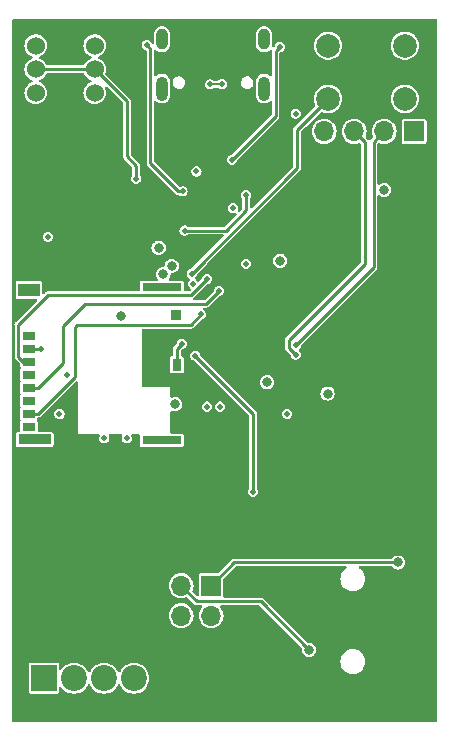
<source format=gbl>
G04 #@! TF.GenerationSoftware,KiCad,Pcbnew,(7.0.0-rc1-56-g82a1175d72)*
G04 #@! TF.CreationDate,2023-01-28T19:42:39+01:00*
G04 #@! TF.ProjectId,Signal Generator,5369676e-616c-4204-9765-6e657261746f,0*
G04 #@! TF.SameCoordinates,Original*
G04 #@! TF.FileFunction,Copper,L4,Bot*
G04 #@! TF.FilePolarity,Positive*
%FSLAX46Y46*%
G04 Gerber Fmt 4.6, Leading zero omitted, Abs format (unit mm)*
G04 Created by KiCad (PCBNEW (7.0.0-rc1-56-g82a1175d72)) date 2023-01-28 19:42:39*
%MOMM*%
%LPD*%
G01*
G04 APERTURE LIST*
G04 #@! TA.AperFunction,ComponentPad*
%ADD10O,1.000000X2.100000*%
G04 #@! TD*
G04 #@! TA.AperFunction,ComponentPad*
%ADD11O,1.000000X1.800000*%
G04 #@! TD*
G04 #@! TA.AperFunction,ComponentPad*
%ADD12R,1.700000X1.700000*%
G04 #@! TD*
G04 #@! TA.AperFunction,ComponentPad*
%ADD13O,1.700000X1.700000*%
G04 #@! TD*
G04 #@! TA.AperFunction,ComponentPad*
%ADD14C,2.000000*%
G04 #@! TD*
G04 #@! TA.AperFunction,ComponentPad*
%ADD15R,2.200000X2.200000*%
G04 #@! TD*
G04 #@! TA.AperFunction,ComponentPad*
%ADD16C,2.200000*%
G04 #@! TD*
G04 #@! TA.AperFunction,ComponentPad*
%ADD17C,1.524000*%
G04 #@! TD*
G04 #@! TA.AperFunction,SMDPad,CuDef*
%ADD18R,3.330000X0.700000*%
G04 #@! TD*
G04 #@! TA.AperFunction,SMDPad,CuDef*
%ADD19R,1.830000X1.140000*%
G04 #@! TD*
G04 #@! TA.AperFunction,SMDPad,CuDef*
%ADD20R,2.800000X0.860000*%
G04 #@! TD*
G04 #@! TA.AperFunction,SMDPad,CuDef*
%ADD21R,0.930000X0.900000*%
G04 #@! TD*
G04 #@! TA.AperFunction,SMDPad,CuDef*
%ADD22R,0.780000X1.050000*%
G04 #@! TD*
G04 #@! TA.AperFunction,SMDPad,CuDef*
%ADD23R,1.100000X0.700000*%
G04 #@! TD*
G04 #@! TA.AperFunction,ViaPad*
%ADD24C,0.460000*%
G04 #@! TD*
G04 #@! TA.AperFunction,ViaPad*
%ADD25C,0.800000*%
G04 #@! TD*
G04 #@! TA.AperFunction,Conductor*
%ADD26C,0.250000*%
G04 #@! TD*
G04 #@! TA.AperFunction,Conductor*
%ADD27C,0.200000*%
G04 #@! TD*
G04 APERTURE END LIST*
D10*
X111319999Y-103879999D03*
D11*
X111319999Y-99699999D03*
D10*
X102679999Y-103879999D03*
D11*
X102679999Y-99699999D03*
D12*
X106839999Y-145959999D03*
D13*
X106839999Y-148499999D03*
X104299999Y-145959999D03*
X104299999Y-148499999D03*
D14*
X116750000Y-100250000D03*
X123250000Y-100250000D03*
X116750000Y-104750000D03*
X123250000Y-104750000D03*
D15*
X92684999Y-153799999D03*
D16*
X95225000Y-153800000D03*
X97765000Y-153800000D03*
X100305000Y-153800000D03*
D17*
X92000000Y-100250000D03*
X97000000Y-100250000D03*
X92000000Y-102250000D03*
X97000000Y-102250000D03*
X92000000Y-104250000D03*
X97000000Y-104250000D03*
D12*
X124039999Y-107499999D03*
D13*
X121499999Y-107499999D03*
X118959999Y-107499999D03*
X116419999Y-107499999D03*
D18*
X102664999Y-120699999D03*
D19*
X91414999Y-120919999D03*
D20*
X91899999Y-133579999D03*
D18*
X102664999Y-133659999D03*
D21*
X103864999Y-123009999D03*
D22*
X103939999Y-127274999D03*
D23*
X91399999Y-124799999D03*
X91399999Y-125899999D03*
X91399999Y-126999999D03*
X91399999Y-128099999D03*
X91399999Y-129199999D03*
X91399999Y-130299999D03*
X91399999Y-131399999D03*
X91399999Y-132499999D03*
D24*
X104357555Y-125500000D03*
X105300000Y-120400000D03*
X99700000Y-133500000D03*
D25*
X103500000Y-118900000D03*
D24*
X103900000Y-123000000D03*
X91400000Y-130300000D03*
X93025000Y-116425000D03*
X97800000Y-133500000D03*
X107600000Y-130800000D03*
D25*
X102800000Y-119600000D03*
D24*
X106500000Y-130800000D03*
X108600000Y-109900000D03*
X112650000Y-100350000D03*
X104425000Y-112575000D03*
X101400000Y-100200000D03*
D25*
X99250000Y-123150000D03*
X116700000Y-129700000D03*
X121500000Y-112450000D03*
X112700000Y-118450000D03*
D24*
X91400000Y-128100000D03*
D25*
X103800000Y-130600000D03*
X111600000Y-128750000D03*
D24*
X94600000Y-128100000D03*
X114000000Y-106000000D03*
D25*
X102400000Y-117350000D03*
D24*
X100500000Y-111500000D03*
X114000000Y-125600000D03*
X118550000Y-109550000D03*
D25*
X95000000Y-107500000D03*
D24*
X104100000Y-111800000D03*
X104600000Y-104500000D03*
X119300000Y-109550000D03*
D25*
X119700000Y-135750000D03*
X95000000Y-109200000D03*
X100600000Y-105700000D03*
D24*
X109400000Y-104500000D03*
X114000000Y-126400000D03*
X109800000Y-112900000D03*
X104600000Y-115900000D03*
X107750000Y-103500000D03*
X106750000Y-103526780D03*
X92400000Y-125900000D03*
X109800000Y-118700000D03*
X108700000Y-114000000D03*
X105600000Y-110900000D03*
X106500000Y-120000000D03*
X107500000Y-121000000D03*
X106000000Y-123000000D03*
D25*
X122637500Y-144000000D03*
X115137500Y-151400000D03*
D24*
X113275000Y-131425000D03*
X94000000Y-131425000D03*
X105200000Y-119542091D03*
X110400000Y-138000000D03*
X105500000Y-126500000D03*
D26*
X103940000Y-125917555D02*
X104357555Y-125500000D01*
X103940000Y-127275000D02*
X103940000Y-125917555D01*
X112300000Y-106200000D02*
X108600000Y-109900000D01*
X112650000Y-100350000D02*
X112300000Y-100700000D01*
X112300000Y-100700000D02*
X112300000Y-106200000D01*
X101700000Y-110200000D02*
X104075000Y-112575000D01*
X101700000Y-100500000D02*
X101700000Y-110200000D01*
X101400000Y-100200000D02*
X101700000Y-100500000D01*
X104075000Y-112575000D02*
X104425000Y-112575000D01*
X97000000Y-102250000D02*
X92000000Y-102250000D01*
X99700000Y-104950000D02*
X97000000Y-102250000D01*
X100500000Y-111500000D02*
X100500000Y-110400000D01*
X100500000Y-110400000D02*
X99700000Y-109600000D01*
X99700000Y-109600000D02*
X99700000Y-104950000D01*
X114000000Y-125600000D02*
X120600000Y-119000000D01*
X120600000Y-119000000D02*
X120600000Y-108400000D01*
X120600000Y-108400000D02*
X121500000Y-107500000D01*
X114000000Y-126400000D02*
X113445000Y-125845000D01*
X119900000Y-118700000D02*
X119900000Y-108440000D01*
X119900000Y-108440000D02*
X118960000Y-107500000D01*
X113445000Y-125845000D02*
X113445000Y-125155000D01*
X113445000Y-125155000D02*
X119900000Y-118700000D01*
X109800000Y-112900000D02*
X109800000Y-114200000D01*
X109800000Y-114200000D02*
X108100000Y-115900000D01*
X108100000Y-115900000D02*
X104600000Y-115900000D01*
D27*
X107720000Y-103530000D02*
X106753220Y-103530000D01*
X107750000Y-103500000D02*
X107720000Y-103530000D01*
X106753220Y-103530000D02*
X106750000Y-103526780D01*
D26*
X91400000Y-125900000D02*
X92400000Y-125900000D01*
X93025000Y-121375000D02*
X105125000Y-121375000D01*
X90950000Y-127000000D02*
X90525000Y-126575000D01*
X90525000Y-126575000D02*
X90525000Y-123875000D01*
X105125000Y-121375000D02*
X106500000Y-120000000D01*
X90525000Y-123875000D02*
X93025000Y-121375000D01*
X91400000Y-127000000D02*
X90950000Y-127000000D01*
X94300000Y-124000000D02*
X96200000Y-122100000D01*
X106400000Y-122100000D02*
X107500000Y-121000000D01*
X94300000Y-127100000D02*
X94300000Y-124000000D01*
X92200000Y-129200000D02*
X94300000Y-127100000D01*
X91400000Y-129200000D02*
X92200000Y-129200000D01*
X96200000Y-122100000D02*
X106400000Y-122100000D01*
X95335000Y-124060942D02*
X95520942Y-123875000D01*
X91400000Y-131400000D02*
X92200000Y-131400000D01*
X95520942Y-123875000D02*
X105125000Y-123875000D01*
X105125000Y-123875000D02*
X106000000Y-123000000D01*
X95335000Y-128265000D02*
X95335000Y-124060942D01*
X92200000Y-131400000D02*
X95335000Y-128265000D01*
X108800000Y-144000000D02*
X106840000Y-145960000D01*
X122637500Y-144000000D02*
X108800000Y-144000000D01*
X111037500Y-147300000D02*
X105640000Y-147300000D01*
X115137500Y-151400000D02*
X111037500Y-147300000D01*
X105640000Y-147300000D02*
X104300000Y-145960000D01*
X114100000Y-107400000D02*
X116750000Y-104750000D01*
X105200000Y-119542091D02*
X114100000Y-110642091D01*
X114100000Y-110642091D02*
X114100000Y-107400000D01*
X105500000Y-126500000D02*
X110400000Y-131400000D01*
X110400000Y-131400000D02*
X110400000Y-138000000D01*
G04 #@! TA.AperFunction,Conductor*
G36*
X125950000Y-98013263D02*
G01*
X125986237Y-98049500D01*
X125999500Y-98099000D01*
X125999500Y-157400500D01*
X125986237Y-157450000D01*
X125950000Y-157486237D01*
X125900500Y-157499500D01*
X90099500Y-157499500D01*
X90050000Y-157486237D01*
X90013763Y-157450000D01*
X90000500Y-157400500D01*
X90000500Y-154919748D01*
X91384500Y-154919748D01*
X91396133Y-154978231D01*
X91401550Y-154986338D01*
X91401551Y-154986340D01*
X91435028Y-155036441D01*
X91440448Y-155044552D01*
X91506769Y-155088867D01*
X91565252Y-155100500D01*
X93799890Y-155100500D01*
X93804748Y-155100500D01*
X93863231Y-155088867D01*
X93929552Y-155044552D01*
X93973867Y-154978231D01*
X93985500Y-154919748D01*
X93985500Y-154611152D01*
X93997913Y-154563156D01*
X94032038Y-154527195D01*
X94079319Y-154512288D01*
X94127899Y-154522171D01*
X94165596Y-154554368D01*
X94222473Y-154635598D01*
X94222476Y-154635602D01*
X94224953Y-154639139D01*
X94385861Y-154800047D01*
X94572266Y-154930568D01*
X94778504Y-155026739D01*
X94998308Y-155085635D01*
X95225000Y-155105468D01*
X95451692Y-155085635D01*
X95671496Y-155026739D01*
X95877734Y-154930568D01*
X96064139Y-154800047D01*
X96225047Y-154639139D01*
X96355568Y-154452734D01*
X96405276Y-154346134D01*
X96441807Y-154304478D01*
X96495000Y-154288974D01*
X96548193Y-154304478D01*
X96584724Y-154346135D01*
X96632601Y-154448809D01*
X96632604Y-154448815D01*
X96634432Y-154452734D01*
X96636912Y-154456277D01*
X96636914Y-154456279D01*
X96762473Y-154635598D01*
X96762476Y-154635602D01*
X96764953Y-154639139D01*
X96925861Y-154800047D01*
X97112266Y-154930568D01*
X97318504Y-155026739D01*
X97538308Y-155085635D01*
X97765000Y-155105468D01*
X97991692Y-155085635D01*
X98211496Y-155026739D01*
X98417734Y-154930568D01*
X98604139Y-154800047D01*
X98765047Y-154639139D01*
X98895568Y-154452734D01*
X98945276Y-154346134D01*
X98981807Y-154304478D01*
X99035000Y-154288974D01*
X99088193Y-154304478D01*
X99124724Y-154346135D01*
X99172601Y-154448809D01*
X99172604Y-154448815D01*
X99174432Y-154452734D01*
X99176912Y-154456277D01*
X99176914Y-154456279D01*
X99302473Y-154635598D01*
X99302476Y-154635602D01*
X99304953Y-154639139D01*
X99465861Y-154800047D01*
X99652266Y-154930568D01*
X99858504Y-155026739D01*
X100078308Y-155085635D01*
X100305000Y-155105468D01*
X100531692Y-155085635D01*
X100751496Y-155026739D01*
X100957734Y-154930568D01*
X101144139Y-154800047D01*
X101305047Y-154639139D01*
X101435568Y-154452734D01*
X101531739Y-154246496D01*
X101590635Y-154026692D01*
X101610468Y-153800000D01*
X101590635Y-153573308D01*
X101531739Y-153353504D01*
X101435568Y-153147266D01*
X101364404Y-153045632D01*
X101307526Y-152964401D01*
X101307524Y-152964398D01*
X101305047Y-152960861D01*
X101144139Y-152799953D01*
X101140602Y-152797476D01*
X101140598Y-152797473D01*
X100961279Y-152671914D01*
X100961277Y-152671912D01*
X100957734Y-152669432D01*
X100953815Y-152667604D01*
X100953809Y-152667601D01*
X100755415Y-152575088D01*
X100755410Y-152575086D01*
X100751496Y-152573261D01*
X100747331Y-152572145D01*
X100747323Y-152572142D01*
X100535868Y-152515484D01*
X100531692Y-152514365D01*
X100527388Y-152513988D01*
X100527380Y-152513987D01*
X100309309Y-152494909D01*
X100305000Y-152494532D01*
X100300691Y-152494909D01*
X100082619Y-152513987D01*
X100082609Y-152513988D01*
X100078308Y-152514365D01*
X100074133Y-152515483D01*
X100074131Y-152515484D01*
X99862676Y-152572142D01*
X99862664Y-152572146D01*
X99858504Y-152573261D01*
X99854593Y-152575084D01*
X99854584Y-152575088D01*
X99656190Y-152667601D01*
X99656179Y-152667607D01*
X99652266Y-152669432D01*
X99648727Y-152671909D01*
X99648720Y-152671914D01*
X99469401Y-152797473D01*
X99469391Y-152797480D01*
X99465861Y-152799953D01*
X99462813Y-152803000D01*
X99462807Y-152803006D01*
X99308006Y-152957807D01*
X99308000Y-152957813D01*
X99304953Y-152960861D01*
X99302480Y-152964391D01*
X99302473Y-152964401D01*
X99176914Y-153143720D01*
X99176909Y-153143727D01*
X99174432Y-153147266D01*
X99172604Y-153151185D01*
X99172604Y-153151186D01*
X99124723Y-153253865D01*
X99088191Y-153295521D01*
X99034998Y-153311025D01*
X98981806Y-153295520D01*
X98945277Y-153253868D01*
X98895568Y-153147266D01*
X98824404Y-153045632D01*
X98767526Y-152964401D01*
X98767524Y-152964398D01*
X98765047Y-152960861D01*
X98604139Y-152799953D01*
X98600602Y-152797476D01*
X98600598Y-152797473D01*
X98421279Y-152671914D01*
X98421277Y-152671912D01*
X98417734Y-152669432D01*
X98413815Y-152667604D01*
X98413809Y-152667601D01*
X98215415Y-152575088D01*
X98215410Y-152575086D01*
X98211496Y-152573261D01*
X98207331Y-152572145D01*
X98207323Y-152572142D01*
X97995868Y-152515484D01*
X97991692Y-152514365D01*
X97987388Y-152513988D01*
X97987380Y-152513987D01*
X97769309Y-152494909D01*
X97765000Y-152494532D01*
X97760691Y-152494909D01*
X97542619Y-152513987D01*
X97542609Y-152513988D01*
X97538308Y-152514365D01*
X97534133Y-152515483D01*
X97534131Y-152515484D01*
X97322676Y-152572142D01*
X97322664Y-152572146D01*
X97318504Y-152573261D01*
X97314593Y-152575084D01*
X97314584Y-152575088D01*
X97116190Y-152667601D01*
X97116179Y-152667607D01*
X97112266Y-152669432D01*
X97108727Y-152671909D01*
X97108720Y-152671914D01*
X96929401Y-152797473D01*
X96929391Y-152797480D01*
X96925861Y-152799953D01*
X96922813Y-152803000D01*
X96922807Y-152803006D01*
X96768006Y-152957807D01*
X96768000Y-152957813D01*
X96764953Y-152960861D01*
X96762480Y-152964391D01*
X96762473Y-152964401D01*
X96636914Y-153143720D01*
X96636909Y-153143727D01*
X96634432Y-153147266D01*
X96632604Y-153151185D01*
X96632604Y-153151186D01*
X96584723Y-153253865D01*
X96548191Y-153295521D01*
X96494998Y-153311025D01*
X96441806Y-153295520D01*
X96405277Y-153253868D01*
X96355568Y-153147266D01*
X96284404Y-153045632D01*
X96227526Y-152964401D01*
X96227524Y-152964398D01*
X96225047Y-152960861D01*
X96064139Y-152799953D01*
X96060602Y-152797476D01*
X96060598Y-152797473D01*
X95881279Y-152671914D01*
X95881277Y-152671912D01*
X95877734Y-152669432D01*
X95873815Y-152667604D01*
X95873809Y-152667601D01*
X95675415Y-152575088D01*
X95675410Y-152575086D01*
X95671496Y-152573261D01*
X95667331Y-152572145D01*
X95667323Y-152572142D01*
X95455868Y-152515484D01*
X95451692Y-152514365D01*
X95447388Y-152513988D01*
X95447380Y-152513987D01*
X95229309Y-152494909D01*
X95225000Y-152494532D01*
X95220691Y-152494909D01*
X95002619Y-152513987D01*
X95002609Y-152513988D01*
X94998308Y-152514365D01*
X94994133Y-152515483D01*
X94994131Y-152515484D01*
X94782676Y-152572142D01*
X94782664Y-152572146D01*
X94778504Y-152573261D01*
X94774593Y-152575084D01*
X94774584Y-152575088D01*
X94576190Y-152667601D01*
X94576179Y-152667607D01*
X94572266Y-152669432D01*
X94568727Y-152671909D01*
X94568720Y-152671914D01*
X94389401Y-152797473D01*
X94389391Y-152797480D01*
X94385861Y-152799953D01*
X94382813Y-152803000D01*
X94382807Y-152803006D01*
X94228006Y-152957807D01*
X94228000Y-152957813D01*
X94224953Y-152960861D01*
X94222480Y-152964391D01*
X94222473Y-152964401D01*
X94165596Y-153045632D01*
X94127899Y-153077829D01*
X94079319Y-153087712D01*
X94032038Y-153072805D01*
X93997913Y-153036844D01*
X93985500Y-152988848D01*
X93985500Y-152685110D01*
X93985500Y-152680252D01*
X93973867Y-152621769D01*
X93929552Y-152555448D01*
X93921441Y-152550028D01*
X93871340Y-152516551D01*
X93871338Y-152516550D01*
X93863231Y-152511133D01*
X93853667Y-152509230D01*
X93853666Y-152509230D01*
X93809511Y-152500447D01*
X93809506Y-152500446D01*
X93804748Y-152499500D01*
X91565252Y-152499500D01*
X91560494Y-152500446D01*
X91560488Y-152500447D01*
X91516333Y-152509230D01*
X91516330Y-152509231D01*
X91506769Y-152511133D01*
X91498663Y-152516549D01*
X91498659Y-152516551D01*
X91448558Y-152550028D01*
X91448555Y-152550030D01*
X91440448Y-152555448D01*
X91435030Y-152563555D01*
X91435028Y-152563558D01*
X91401551Y-152613659D01*
X91401549Y-152613663D01*
X91396133Y-152621769D01*
X91394231Y-152631330D01*
X91394230Y-152631333D01*
X91385447Y-152675488D01*
X91385446Y-152675494D01*
X91384500Y-152680252D01*
X91384500Y-154919748D01*
X90000500Y-154919748D01*
X90000500Y-152400000D01*
X117781917Y-152400000D01*
X117802200Y-152605934D01*
X117803611Y-152610586D01*
X117803612Y-152610590D01*
X117824744Y-152680252D01*
X117862268Y-152803954D01*
X117864562Y-152808246D01*
X117864563Y-152808248D01*
X117957523Y-152982163D01*
X117957525Y-152982166D01*
X117959815Y-152986450D01*
X118091090Y-153146410D01*
X118251050Y-153277685D01*
X118255335Y-153279975D01*
X118255336Y-153279976D01*
X118290789Y-153298926D01*
X118433546Y-153375232D01*
X118631566Y-153435300D01*
X118785892Y-153450500D01*
X118886669Y-153450500D01*
X118889108Y-153450500D01*
X119043434Y-153435300D01*
X119241454Y-153375232D01*
X119423950Y-153277685D01*
X119583910Y-153146410D01*
X119715185Y-152986450D01*
X119812732Y-152803954D01*
X119872800Y-152605934D01*
X119893083Y-152400000D01*
X119872800Y-152194066D01*
X119812732Y-151996046D01*
X119725173Y-151832236D01*
X119717476Y-151817836D01*
X119717475Y-151817835D01*
X119715185Y-151813550D01*
X119583910Y-151653590D01*
X119473231Y-151562759D01*
X119427708Y-151525399D01*
X119427707Y-151525398D01*
X119423950Y-151522315D01*
X119419666Y-151520025D01*
X119419663Y-151520023D01*
X119245748Y-151427063D01*
X119245746Y-151427062D01*
X119241454Y-151424768D01*
X119236793Y-151423354D01*
X119048090Y-151366112D01*
X119048086Y-151366111D01*
X119043434Y-151364700D01*
X119038314Y-151364195D01*
X118891538Y-151349739D01*
X118891531Y-151349738D01*
X118889108Y-151349500D01*
X118785892Y-151349500D01*
X118783469Y-151349738D01*
X118783461Y-151349739D01*
X118636408Y-151364223D01*
X118636407Y-151364223D01*
X118631566Y-151364700D01*
X118626915Y-151366110D01*
X118626909Y-151366112D01*
X118438206Y-151423354D01*
X118438202Y-151423355D01*
X118433546Y-151424768D01*
X118429257Y-151427060D01*
X118429251Y-151427063D01*
X118255336Y-151520023D01*
X118255328Y-151520028D01*
X118251050Y-151522315D01*
X118247296Y-151525394D01*
X118247291Y-151525399D01*
X118094854Y-151650500D01*
X118094848Y-151650505D01*
X118091090Y-151653590D01*
X118088005Y-151657348D01*
X118088000Y-151657354D01*
X117962899Y-151809791D01*
X117962894Y-151809796D01*
X117959815Y-151813550D01*
X117957528Y-151817828D01*
X117957523Y-151817836D01*
X117864563Y-151991751D01*
X117864560Y-151991757D01*
X117862268Y-151996046D01*
X117860855Y-152000702D01*
X117860854Y-152000706D01*
X117803612Y-152189409D01*
X117803610Y-152189415D01*
X117802200Y-152194066D01*
X117781917Y-152400000D01*
X90000500Y-152400000D01*
X90000500Y-148500000D01*
X103244417Y-148500000D01*
X103264700Y-148705934D01*
X103324768Y-148903954D01*
X103327062Y-148908246D01*
X103327063Y-148908248D01*
X103420023Y-149082163D01*
X103420025Y-149082166D01*
X103422315Y-149086450D01*
X103553590Y-149246410D01*
X103713550Y-149377685D01*
X103896046Y-149475232D01*
X104094066Y-149535300D01*
X104300000Y-149555583D01*
X104505934Y-149535300D01*
X104703954Y-149475232D01*
X104886450Y-149377685D01*
X105046410Y-149246410D01*
X105177685Y-149086450D01*
X105275232Y-148903954D01*
X105335300Y-148705934D01*
X105355583Y-148500000D01*
X105335300Y-148294066D01*
X105275232Y-148096046D01*
X105177685Y-147913550D01*
X105046410Y-147753590D01*
X105025729Y-147736618D01*
X104890208Y-147625399D01*
X104890207Y-147625398D01*
X104886450Y-147622315D01*
X104882166Y-147620025D01*
X104882163Y-147620023D01*
X104708248Y-147527063D01*
X104708246Y-147527062D01*
X104703954Y-147524768D01*
X104688625Y-147520118D01*
X104510590Y-147466112D01*
X104510586Y-147466111D01*
X104505934Y-147464700D01*
X104300000Y-147444417D01*
X104295157Y-147444894D01*
X104098908Y-147464223D01*
X104098907Y-147464223D01*
X104094066Y-147464700D01*
X104089415Y-147466110D01*
X104089409Y-147466112D01*
X103900706Y-147523354D01*
X103900702Y-147523355D01*
X103896046Y-147524768D01*
X103891757Y-147527060D01*
X103891751Y-147527063D01*
X103717836Y-147620023D01*
X103717828Y-147620028D01*
X103713550Y-147622315D01*
X103709796Y-147625394D01*
X103709791Y-147625399D01*
X103557354Y-147750500D01*
X103557348Y-147750505D01*
X103553590Y-147753590D01*
X103550505Y-147757348D01*
X103550500Y-147757354D01*
X103425399Y-147909791D01*
X103425394Y-147909796D01*
X103422315Y-147913550D01*
X103420028Y-147917828D01*
X103420023Y-147917836D01*
X103327063Y-148091751D01*
X103327060Y-148091757D01*
X103324768Y-148096046D01*
X103323355Y-148100702D01*
X103323354Y-148100706D01*
X103266112Y-148289409D01*
X103266110Y-148289415D01*
X103264700Y-148294066D01*
X103244417Y-148500000D01*
X90000500Y-148500000D01*
X90000500Y-145960000D01*
X103244417Y-145960000D01*
X103264700Y-146165934D01*
X103324768Y-146363954D01*
X103327062Y-146368246D01*
X103327063Y-146368248D01*
X103420023Y-146542163D01*
X103420025Y-146542166D01*
X103422315Y-146546450D01*
X103553590Y-146706410D01*
X103713550Y-146837685D01*
X103896046Y-146935232D01*
X104094066Y-146995300D01*
X104300000Y-147015583D01*
X104505934Y-146995300D01*
X104703954Y-146935232D01*
X104711494Y-146931201D01*
X104751686Y-146919719D01*
X104793039Y-146925850D01*
X104828175Y-146948502D01*
X105396741Y-147517068D01*
X105402575Y-147523436D01*
X105405618Y-147527063D01*
X105427545Y-147553194D01*
X105435042Y-147557522D01*
X105435044Y-147557524D01*
X105461202Y-147572626D01*
X105468483Y-147577264D01*
X105500316Y-147599554D01*
X105508685Y-147601796D01*
X105513967Y-147604259D01*
X105519450Y-147606255D01*
X105526955Y-147610588D01*
X105565233Y-147617337D01*
X105573642Y-147619201D01*
X105611193Y-147629263D01*
X105649896Y-147625877D01*
X105658525Y-147625500D01*
X105989393Y-147625500D01*
X106042358Y-147640859D01*
X106078888Y-147682172D01*
X106087648Y-147736618D01*
X106065921Y-147787305D01*
X105965399Y-147909791D01*
X105965394Y-147909796D01*
X105962315Y-147913550D01*
X105960028Y-147917828D01*
X105960023Y-147917836D01*
X105867063Y-148091751D01*
X105867060Y-148091757D01*
X105864768Y-148096046D01*
X105863355Y-148100702D01*
X105863354Y-148100706D01*
X105806112Y-148289409D01*
X105806110Y-148289415D01*
X105804700Y-148294066D01*
X105784417Y-148500000D01*
X105804700Y-148705934D01*
X105864768Y-148903954D01*
X105867062Y-148908246D01*
X105867063Y-148908248D01*
X105960023Y-149082163D01*
X105960025Y-149082166D01*
X105962315Y-149086450D01*
X106093590Y-149246410D01*
X106253550Y-149377685D01*
X106436046Y-149475232D01*
X106634066Y-149535300D01*
X106840000Y-149555583D01*
X107045934Y-149535300D01*
X107243954Y-149475232D01*
X107426450Y-149377685D01*
X107586410Y-149246410D01*
X107717685Y-149086450D01*
X107815232Y-148903954D01*
X107875300Y-148705934D01*
X107895583Y-148500000D01*
X107875300Y-148294066D01*
X107815232Y-148096046D01*
X107717685Y-147913550D01*
X107614078Y-147787304D01*
X107592352Y-147736618D01*
X107601112Y-147682172D01*
X107637642Y-147640859D01*
X107690607Y-147625500D01*
X110861666Y-147625500D01*
X110899552Y-147633036D01*
X110931670Y-147654496D01*
X114514206Y-151237032D01*
X114537948Y-151275213D01*
X114542355Y-151319957D01*
X114536528Y-151364223D01*
X114531818Y-151400000D01*
X114532665Y-151406434D01*
X114551608Y-151550326D01*
X114551609Y-151550331D01*
X114552456Y-151556762D01*
X114554939Y-151562758D01*
X114554940Y-151562759D01*
X114594122Y-151657354D01*
X114612964Y-151702841D01*
X114616913Y-151707988D01*
X114616914Y-151707989D01*
X114701202Y-151817836D01*
X114709218Y-151828282D01*
X114834659Y-151924536D01*
X114980738Y-151985044D01*
X115137500Y-152005682D01*
X115294262Y-151985044D01*
X115440341Y-151924536D01*
X115565782Y-151828282D01*
X115662036Y-151702841D01*
X115722544Y-151556762D01*
X115743182Y-151400000D01*
X115722544Y-151243238D01*
X115662036Y-151097159D01*
X115565782Y-150971718D01*
X115440341Y-150875464D01*
X115434347Y-150872981D01*
X115434345Y-150872980D01*
X115300259Y-150817440D01*
X115300258Y-150817439D01*
X115294262Y-150814956D01*
X115287831Y-150814109D01*
X115287826Y-150814108D01*
X115143934Y-150795165D01*
X115137500Y-150794318D01*
X115131066Y-150795165D01*
X115131065Y-150795165D01*
X115057457Y-150804855D01*
X115012713Y-150800448D01*
X114974532Y-150776706D01*
X111280768Y-147082942D01*
X111274933Y-147076573D01*
X111255525Y-147053443D01*
X111255521Y-147053440D01*
X111249955Y-147046806D01*
X111216293Y-147027371D01*
X111209012Y-147022732D01*
X111184281Y-147005415D01*
X111184279Y-147005414D01*
X111177184Y-147000446D01*
X111168817Y-146998204D01*
X111163531Y-146995739D01*
X111158044Y-146993741D01*
X111150545Y-146989412D01*
X111142019Y-146987908D01*
X111142015Y-146987907D01*
X111112278Y-146982664D01*
X111103849Y-146980795D01*
X111095973Y-146978684D01*
X111066307Y-146970736D01*
X111057684Y-146971490D01*
X111057680Y-146971490D01*
X111027595Y-146974123D01*
X111018966Y-146974500D01*
X107982339Y-146974500D01*
X107927337Y-146957815D01*
X107890875Y-146913385D01*
X107885241Y-146856186D01*
X107887016Y-146847263D01*
X107890500Y-146829748D01*
X107890500Y-145410834D01*
X107898036Y-145372948D01*
X107919496Y-145340830D01*
X108905830Y-144354496D01*
X108937948Y-144333036D01*
X108975834Y-144325500D01*
X118224034Y-144325500D01*
X118274094Y-144339089D01*
X118310411Y-144376126D01*
X118323015Y-144426443D01*
X118308446Y-144476227D01*
X118270703Y-144511810D01*
X118255337Y-144520023D01*
X118255333Y-144520025D01*
X118251050Y-144522315D01*
X118247296Y-144525394D01*
X118247291Y-144525399D01*
X118094854Y-144650500D01*
X118094848Y-144650505D01*
X118091090Y-144653590D01*
X118088005Y-144657348D01*
X118088000Y-144657354D01*
X117962899Y-144809791D01*
X117962894Y-144809796D01*
X117959815Y-144813550D01*
X117957528Y-144817828D01*
X117957523Y-144817836D01*
X117864563Y-144991751D01*
X117864560Y-144991757D01*
X117862268Y-144996046D01*
X117860855Y-145000702D01*
X117860854Y-145000706D01*
X117803612Y-145189409D01*
X117803610Y-145189415D01*
X117802200Y-145194066D01*
X117781917Y-145400000D01*
X117802200Y-145605934D01*
X117803611Y-145610586D01*
X117803612Y-145610590D01*
X117860854Y-145799293D01*
X117862268Y-145803954D01*
X117864562Y-145808246D01*
X117864563Y-145808248D01*
X117957523Y-145982163D01*
X117957525Y-145982166D01*
X117959815Y-145986450D01*
X118091090Y-146146410D01*
X118251050Y-146277685D01*
X118433546Y-146375232D01*
X118631566Y-146435300D01*
X118785892Y-146450500D01*
X118886669Y-146450500D01*
X118889108Y-146450500D01*
X119043434Y-146435300D01*
X119241454Y-146375232D01*
X119423950Y-146277685D01*
X119583910Y-146146410D01*
X119715185Y-145986450D01*
X119812732Y-145803954D01*
X119872800Y-145605934D01*
X119893083Y-145400000D01*
X119872800Y-145194066D01*
X119812732Y-144996046D01*
X119715185Y-144813550D01*
X119583910Y-144653590D01*
X119423950Y-144522315D01*
X119404297Y-144511810D01*
X119366554Y-144476227D01*
X119351985Y-144426443D01*
X119364589Y-144376126D01*
X119400906Y-144339089D01*
X119450966Y-144325500D01*
X122081530Y-144325500D01*
X122125317Y-144335710D01*
X122160071Y-144364232D01*
X122209218Y-144428282D01*
X122334659Y-144524536D01*
X122480738Y-144585044D01*
X122637500Y-144605682D01*
X122794262Y-144585044D01*
X122940341Y-144524536D01*
X123065782Y-144428282D01*
X123162036Y-144302841D01*
X123222544Y-144156762D01*
X123243182Y-144000000D01*
X123222544Y-143843238D01*
X123162036Y-143697159D01*
X123065782Y-143571718D01*
X122940341Y-143475464D01*
X122934347Y-143472981D01*
X122934345Y-143472980D01*
X122800259Y-143417440D01*
X122800258Y-143417439D01*
X122794262Y-143414956D01*
X122787831Y-143414109D01*
X122787826Y-143414108D01*
X122643934Y-143395165D01*
X122637500Y-143394318D01*
X122631066Y-143395165D01*
X122487173Y-143414108D01*
X122487166Y-143414109D01*
X122480738Y-143414956D01*
X122474743Y-143417439D01*
X122474740Y-143417440D01*
X122340654Y-143472980D01*
X122340649Y-143472982D01*
X122334659Y-143475464D01*
X122329515Y-143479411D01*
X122329510Y-143479414D01*
X122214371Y-143567763D01*
X122214366Y-143567767D01*
X122209218Y-143571718D01*
X122205267Y-143576866D01*
X122205264Y-143576870D01*
X122160072Y-143635767D01*
X122125317Y-143664290D01*
X122081530Y-143674500D01*
X108818534Y-143674500D01*
X108809905Y-143674123D01*
X108779819Y-143671490D01*
X108779814Y-143671490D01*
X108771193Y-143670736D01*
X108762834Y-143672975D01*
X108762830Y-143672976D01*
X108733649Y-143680795D01*
X108725224Y-143682662D01*
X108695485Y-143687906D01*
X108695475Y-143687909D01*
X108686955Y-143689412D01*
X108679459Y-143693739D01*
X108673971Y-143695737D01*
X108668678Y-143698205D01*
X108660316Y-143700446D01*
X108653223Y-143705411D01*
X108653219Y-143705414D01*
X108628483Y-143722734D01*
X108621206Y-143727370D01*
X108595045Y-143742475D01*
X108595042Y-143742477D01*
X108587545Y-143746806D01*
X108581979Y-143753438D01*
X108581979Y-143753439D01*
X108562568Y-143776571D01*
X108556736Y-143782936D01*
X107459170Y-144880504D01*
X107427052Y-144901964D01*
X107389166Y-144909500D01*
X105970252Y-144909500D01*
X105965494Y-144910446D01*
X105965488Y-144910447D01*
X105921333Y-144919230D01*
X105921330Y-144919231D01*
X105911769Y-144921133D01*
X105903663Y-144926549D01*
X105903659Y-144926551D01*
X105853558Y-144960028D01*
X105853555Y-144960030D01*
X105845448Y-144965448D01*
X105840030Y-144973555D01*
X105840028Y-144973558D01*
X105806551Y-145023659D01*
X105806549Y-145023663D01*
X105801133Y-145031769D01*
X105799231Y-145041330D01*
X105799230Y-145041333D01*
X105790447Y-145085488D01*
X105790446Y-145085494D01*
X105789500Y-145090252D01*
X105789500Y-145095110D01*
X105789500Y-146750165D01*
X105772815Y-146805166D01*
X105728386Y-146841629D01*
X105671186Y-146847263D01*
X105620496Y-146820169D01*
X105288502Y-146488175D01*
X105265850Y-146453039D01*
X105259719Y-146411686D01*
X105271201Y-146371494D01*
X105275232Y-146363954D01*
X105335300Y-146165934D01*
X105355583Y-145960000D01*
X105335300Y-145754066D01*
X105275232Y-145556046D01*
X105177685Y-145373550D01*
X105046410Y-145213590D01*
X104886450Y-145082315D01*
X104882166Y-145080025D01*
X104882163Y-145080023D01*
X104708248Y-144987063D01*
X104708246Y-144987062D01*
X104703954Y-144984768D01*
X104699293Y-144983354D01*
X104510590Y-144926112D01*
X104510586Y-144926111D01*
X104505934Y-144924700D01*
X104300000Y-144904417D01*
X104295157Y-144904894D01*
X104098908Y-144924223D01*
X104098907Y-144924223D01*
X104094066Y-144924700D01*
X104089415Y-144926110D01*
X104089409Y-144926112D01*
X103900706Y-144983354D01*
X103900702Y-144983355D01*
X103896046Y-144984768D01*
X103891757Y-144987060D01*
X103891751Y-144987063D01*
X103717836Y-145080023D01*
X103717828Y-145080028D01*
X103713550Y-145082315D01*
X103709796Y-145085394D01*
X103709791Y-145085399D01*
X103557354Y-145210500D01*
X103557348Y-145210505D01*
X103553590Y-145213590D01*
X103550505Y-145217348D01*
X103550500Y-145217354D01*
X103425399Y-145369791D01*
X103425394Y-145369796D01*
X103422315Y-145373550D01*
X103420028Y-145377828D01*
X103420023Y-145377836D01*
X103327063Y-145551751D01*
X103327060Y-145551757D01*
X103324768Y-145556046D01*
X103323355Y-145560702D01*
X103323354Y-145560706D01*
X103266112Y-145749409D01*
X103266110Y-145749415D01*
X103264700Y-145754066D01*
X103244417Y-145960000D01*
X90000500Y-145960000D01*
X90000500Y-126622467D01*
X90009103Y-126595181D01*
X90190394Y-126595181D01*
X90194144Y-126604233D01*
X90195736Y-126603807D01*
X90205795Y-126641349D01*
X90207664Y-126649778D01*
X90212907Y-126679515D01*
X90212908Y-126679519D01*
X90214412Y-126688045D01*
X90218741Y-126695544D01*
X90220739Y-126701031D01*
X90223204Y-126706317D01*
X90225446Y-126714684D01*
X90230414Y-126721779D01*
X90230415Y-126721781D01*
X90247732Y-126746512D01*
X90252371Y-126753793D01*
X90271806Y-126787455D01*
X90283918Y-126797618D01*
X90301570Y-126812430D01*
X90307938Y-126818264D01*
X90620504Y-127130830D01*
X90641964Y-127162948D01*
X90649500Y-127200834D01*
X90649500Y-127369748D01*
X90661133Y-127428231D01*
X90666550Y-127436338D01*
X90666551Y-127436340D01*
X90705448Y-127494552D01*
X90702950Y-127496220D01*
X90719206Y-127524377D01*
X90719206Y-127575623D01*
X90702950Y-127603779D01*
X90705448Y-127605448D01*
X90666551Y-127663659D01*
X90666549Y-127663663D01*
X90661133Y-127671769D01*
X90659231Y-127681330D01*
X90659230Y-127681333D01*
X90650447Y-127725488D01*
X90650446Y-127725494D01*
X90649500Y-127730252D01*
X90649500Y-128469748D01*
X90650446Y-128474506D01*
X90650447Y-128474511D01*
X90655442Y-128499621D01*
X90661133Y-128528231D01*
X90666550Y-128536338D01*
X90666551Y-128536340D01*
X90705448Y-128594552D01*
X90702950Y-128596220D01*
X90719206Y-128624377D01*
X90719206Y-128675623D01*
X90702950Y-128703779D01*
X90705448Y-128705448D01*
X90666551Y-128763659D01*
X90666549Y-128763663D01*
X90661133Y-128771769D01*
X90659231Y-128781330D01*
X90659230Y-128781333D01*
X90650447Y-128825488D01*
X90650446Y-128825494D01*
X90649500Y-128830252D01*
X90649500Y-129569748D01*
X90661133Y-129628231D01*
X90666550Y-129636338D01*
X90666551Y-129636340D01*
X90705448Y-129694552D01*
X90702950Y-129696220D01*
X90719206Y-129724377D01*
X90719206Y-129775623D01*
X90702950Y-129803779D01*
X90705448Y-129805448D01*
X90666551Y-129863659D01*
X90666549Y-129863663D01*
X90661133Y-129871769D01*
X90659231Y-129881330D01*
X90659230Y-129881333D01*
X90650447Y-129925488D01*
X90650446Y-129925494D01*
X90649500Y-129930252D01*
X90649500Y-130669748D01*
X90661133Y-130728231D01*
X90666550Y-130736338D01*
X90666551Y-130736340D01*
X90705448Y-130794552D01*
X90702950Y-130796220D01*
X90719206Y-130824377D01*
X90719206Y-130875623D01*
X90702950Y-130903779D01*
X90705448Y-130905448D01*
X90666551Y-130963659D01*
X90666549Y-130963663D01*
X90661133Y-130971769D01*
X90659231Y-130981330D01*
X90659230Y-130981333D01*
X90650447Y-131025488D01*
X90650446Y-131025494D01*
X90649500Y-131030252D01*
X90649500Y-131769748D01*
X90661133Y-131828231D01*
X90666550Y-131836338D01*
X90666551Y-131836340D01*
X90705448Y-131894552D01*
X90702950Y-131896220D01*
X90719206Y-131924377D01*
X90719206Y-131975623D01*
X90702950Y-132003779D01*
X90705448Y-132005448D01*
X90666551Y-132063659D01*
X90666549Y-132063663D01*
X90661133Y-132071769D01*
X90659231Y-132081330D01*
X90659230Y-132081333D01*
X90650447Y-132125488D01*
X90650446Y-132125494D01*
X90649500Y-132130252D01*
X90649500Y-132135110D01*
X90649500Y-132850500D01*
X90636237Y-132900000D01*
X90600000Y-132936237D01*
X90550500Y-132949500D01*
X90480252Y-132949500D01*
X90475494Y-132950446D01*
X90475488Y-132950447D01*
X90431333Y-132959230D01*
X90431330Y-132959231D01*
X90421769Y-132961133D01*
X90413663Y-132966549D01*
X90413659Y-132966551D01*
X90363558Y-133000028D01*
X90363555Y-133000030D01*
X90355448Y-133005448D01*
X90350030Y-133013555D01*
X90350028Y-133013558D01*
X90316551Y-133063659D01*
X90316549Y-133063663D01*
X90311133Y-133071769D01*
X90309231Y-133081330D01*
X90309230Y-133081333D01*
X90300447Y-133125488D01*
X90300446Y-133125494D01*
X90299500Y-133130252D01*
X90299500Y-134029748D01*
X90311133Y-134088231D01*
X90355448Y-134154552D01*
X90421769Y-134198867D01*
X90480252Y-134210500D01*
X93314890Y-134210500D01*
X93319748Y-134210500D01*
X93378231Y-134198867D01*
X93444552Y-134154552D01*
X93488867Y-134088231D01*
X93500500Y-134029748D01*
X93500500Y-133130252D01*
X93488867Y-133071769D01*
X93444552Y-133005448D01*
X93436441Y-133000028D01*
X93386340Y-132966551D01*
X93386338Y-132966550D01*
X93378231Y-132961133D01*
X93368667Y-132959230D01*
X93368666Y-132959230D01*
X93324511Y-132950447D01*
X93324506Y-132950446D01*
X93319748Y-132949500D01*
X93314890Y-132949500D01*
X92249500Y-132949500D01*
X92200000Y-132936237D01*
X92163763Y-132900000D01*
X92150500Y-132850500D01*
X92150500Y-132135110D01*
X92150500Y-132130252D01*
X92138867Y-132071769D01*
X92094552Y-132005448D01*
X92097049Y-132003779D01*
X92080794Y-131975623D01*
X92080794Y-131924377D01*
X92097049Y-131896220D01*
X92094552Y-131894552D01*
X92121979Y-131853505D01*
X92138867Y-131828231D01*
X92143125Y-131806820D01*
X92159962Y-131768176D01*
X92191349Y-131740039D01*
X92226585Y-131729069D01*
X92228807Y-131729264D01*
X92266354Y-131719202D01*
X92274777Y-131717335D01*
X92313045Y-131710588D01*
X92320548Y-131706255D01*
X92326027Y-131704261D01*
X92331311Y-131701796D01*
X92339684Y-131699554D01*
X92371533Y-131677251D01*
X92378779Y-131672635D01*
X92412455Y-131653194D01*
X92437442Y-131623414D01*
X92443254Y-131617070D01*
X92635324Y-131425000D01*
X93565073Y-131425000D01*
X93566081Y-131432011D01*
X93581682Y-131540520D01*
X93581683Y-131540524D01*
X93582691Y-131547533D01*
X93634116Y-131660139D01*
X93715183Y-131753696D01*
X93721137Y-131757522D01*
X93721139Y-131757524D01*
X93797846Y-131806820D01*
X93819325Y-131820624D01*
X93938103Y-131855500D01*
X94054819Y-131855500D01*
X94061897Y-131855500D01*
X94180675Y-131820624D01*
X94284817Y-131753696D01*
X94365884Y-131660139D01*
X94417309Y-131547533D01*
X94434927Y-131425000D01*
X94417309Y-131302467D01*
X94365884Y-131189861D01*
X94284817Y-131096304D01*
X94278862Y-131092477D01*
X94278860Y-131092475D01*
X94186632Y-131033204D01*
X94186630Y-131033203D01*
X94180675Y-131029376D01*
X94061897Y-130994500D01*
X93938103Y-130994500D01*
X93931312Y-130996493D01*
X93931311Y-130996494D01*
X93826118Y-131027381D01*
X93826115Y-131027382D01*
X93819325Y-131029376D01*
X93813372Y-131033201D01*
X93813367Y-131033204D01*
X93721139Y-131092475D01*
X93721133Y-131092480D01*
X93715183Y-131096304D01*
X93710547Y-131101653D01*
X93710546Y-131101655D01*
X93640945Y-131181980D01*
X93634116Y-131189861D01*
X93631176Y-131196297D01*
X93631175Y-131196300D01*
X93595527Y-131274359D01*
X93582691Y-131302467D01*
X93581683Y-131309473D01*
X93581682Y-131309479D01*
X93566081Y-131417989D01*
X93565073Y-131425000D01*
X92635324Y-131425000D01*
X95380995Y-128679330D01*
X95431686Y-128652236D01*
X95488886Y-128657870D01*
X95533315Y-128694333D01*
X95550000Y-128749334D01*
X95550000Y-133150000D01*
X97332524Y-133150000D01*
X97379970Y-133162110D01*
X97415808Y-133195476D01*
X97431272Y-133241937D01*
X97422578Y-133290125D01*
X97382691Y-133377467D01*
X97381683Y-133384473D01*
X97381682Y-133384479D01*
X97366081Y-133492989D01*
X97365073Y-133500000D01*
X97366081Y-133507011D01*
X97381682Y-133615520D01*
X97381683Y-133615524D01*
X97382691Y-133622533D01*
X97434116Y-133735139D01*
X97515183Y-133828696D01*
X97619325Y-133895624D01*
X97738103Y-133930500D01*
X97854819Y-133930500D01*
X97861897Y-133930500D01*
X97980675Y-133895624D01*
X98084817Y-133828696D01*
X98165884Y-133735139D01*
X98217309Y-133622533D01*
X98234927Y-133500000D01*
X98217309Y-133377467D01*
X98177421Y-133290125D01*
X98168728Y-133241937D01*
X98184192Y-133195476D01*
X98220030Y-133162110D01*
X98267476Y-133150000D01*
X99232524Y-133150000D01*
X99279970Y-133162110D01*
X99315808Y-133195476D01*
X99331272Y-133241937D01*
X99322578Y-133290125D01*
X99282691Y-133377467D01*
X99281683Y-133384473D01*
X99281682Y-133384479D01*
X99266081Y-133492989D01*
X99265073Y-133500000D01*
X99266081Y-133507011D01*
X99281682Y-133615520D01*
X99281683Y-133615524D01*
X99282691Y-133622533D01*
X99334116Y-133735139D01*
X99415183Y-133828696D01*
X99519325Y-133895624D01*
X99638103Y-133930500D01*
X99754819Y-133930500D01*
X99761897Y-133930500D01*
X99880675Y-133895624D01*
X99984817Y-133828696D01*
X100065884Y-133735139D01*
X100117309Y-133622533D01*
X100134927Y-133500000D01*
X100117309Y-133377467D01*
X100077421Y-133290125D01*
X100068728Y-133241937D01*
X100084192Y-133195476D01*
X100120030Y-133162110D01*
X100167476Y-133150000D01*
X100706766Y-133150000D01*
X100761768Y-133166685D01*
X100798230Y-133211115D01*
X100803864Y-133268315D01*
X100800448Y-133285488D01*
X100799500Y-133290252D01*
X100799500Y-134029748D01*
X100811133Y-134088231D01*
X100855448Y-134154552D01*
X100921769Y-134198867D01*
X100980252Y-134210500D01*
X104344890Y-134210500D01*
X104349748Y-134210500D01*
X104408231Y-134198867D01*
X104474552Y-134154552D01*
X104518867Y-134088231D01*
X104530500Y-134029748D01*
X104530500Y-133290252D01*
X104518867Y-133231769D01*
X104474552Y-133165448D01*
X104429149Y-133135110D01*
X104416340Y-133126551D01*
X104416338Y-133126550D01*
X104408231Y-133121133D01*
X104398667Y-133119230D01*
X104398666Y-133119230D01*
X104354511Y-133110447D01*
X104354506Y-133110446D01*
X104349748Y-133109500D01*
X104344890Y-133109500D01*
X103499000Y-133109500D01*
X103449500Y-133096237D01*
X103413263Y-133060000D01*
X103400000Y-133010500D01*
X103400000Y-131232455D01*
X103411690Y-131185787D01*
X103443999Y-131150139D01*
X103489297Y-131133932D01*
X103536884Y-131140990D01*
X103643238Y-131185044D01*
X103800000Y-131205682D01*
X103956762Y-131185044D01*
X104102841Y-131124536D01*
X104228282Y-131028282D01*
X104324536Y-130902841D01*
X104367134Y-130800000D01*
X106065073Y-130800000D01*
X106066081Y-130807011D01*
X106081682Y-130915520D01*
X106081683Y-130915524D01*
X106082691Y-130922533D01*
X106134116Y-131035139D01*
X106215183Y-131128696D01*
X106221137Y-131132522D01*
X106221139Y-131132524D01*
X106298995Y-131182559D01*
X106319325Y-131195624D01*
X106438103Y-131230500D01*
X106554819Y-131230500D01*
X106561897Y-131230500D01*
X106680675Y-131195624D01*
X106784817Y-131128696D01*
X106865884Y-131035139D01*
X106917309Y-130922533D01*
X106934927Y-130800000D01*
X107165073Y-130800000D01*
X107166081Y-130807011D01*
X107181682Y-130915520D01*
X107181683Y-130915524D01*
X107182691Y-130922533D01*
X107234116Y-131035139D01*
X107315183Y-131128696D01*
X107321137Y-131132522D01*
X107321139Y-131132524D01*
X107398995Y-131182559D01*
X107419325Y-131195624D01*
X107538103Y-131230500D01*
X107654819Y-131230500D01*
X107661897Y-131230500D01*
X107780675Y-131195624D01*
X107884817Y-131128696D01*
X107965884Y-131035139D01*
X108017309Y-130922533D01*
X108034927Y-130800000D01*
X108017309Y-130677467D01*
X107965884Y-130564861D01*
X107884817Y-130471304D01*
X107878862Y-130467477D01*
X107878860Y-130467475D01*
X107786632Y-130408204D01*
X107786630Y-130408203D01*
X107780675Y-130404376D01*
X107661897Y-130369500D01*
X107538103Y-130369500D01*
X107531312Y-130371493D01*
X107531311Y-130371494D01*
X107426118Y-130402381D01*
X107426115Y-130402382D01*
X107419325Y-130404376D01*
X107413372Y-130408201D01*
X107413367Y-130408204D01*
X107321139Y-130467475D01*
X107321133Y-130467480D01*
X107315183Y-130471304D01*
X107234116Y-130564861D01*
X107231176Y-130571297D01*
X107231175Y-130571300D01*
X107186216Y-130669748D01*
X107182691Y-130677467D01*
X107181683Y-130684473D01*
X107181682Y-130684479D01*
X107166423Y-130790608D01*
X107165073Y-130800000D01*
X106934927Y-130800000D01*
X106917309Y-130677467D01*
X106865884Y-130564861D01*
X106784817Y-130471304D01*
X106778862Y-130467477D01*
X106778860Y-130467475D01*
X106686632Y-130408204D01*
X106686630Y-130408203D01*
X106680675Y-130404376D01*
X106561897Y-130369500D01*
X106438103Y-130369500D01*
X106431312Y-130371493D01*
X106431311Y-130371494D01*
X106326118Y-130402381D01*
X106326115Y-130402382D01*
X106319325Y-130404376D01*
X106313372Y-130408201D01*
X106313367Y-130408204D01*
X106221139Y-130467475D01*
X106221133Y-130467480D01*
X106215183Y-130471304D01*
X106134116Y-130564861D01*
X106131176Y-130571297D01*
X106131175Y-130571300D01*
X106086216Y-130669748D01*
X106082691Y-130677467D01*
X106081683Y-130684473D01*
X106081682Y-130684479D01*
X106066423Y-130790608D01*
X106065073Y-130800000D01*
X104367134Y-130800000D01*
X104385044Y-130756762D01*
X104405682Y-130600000D01*
X104385044Y-130443238D01*
X104324536Y-130297159D01*
X104228282Y-130171718D01*
X104102841Y-130075464D01*
X104096847Y-130072981D01*
X104096845Y-130072980D01*
X103962759Y-130017440D01*
X103962758Y-130017439D01*
X103956762Y-130014956D01*
X103950331Y-130014109D01*
X103950326Y-130014108D01*
X103806434Y-129995165D01*
X103800000Y-129994318D01*
X103793566Y-129995165D01*
X103649673Y-130014108D01*
X103649666Y-130014109D01*
X103643238Y-130014956D01*
X103536884Y-130059009D01*
X103489297Y-130066068D01*
X103443999Y-130049861D01*
X103411690Y-130014213D01*
X103400000Y-129967545D01*
X103400000Y-129163033D01*
X103400000Y-129150000D01*
X103386967Y-129150000D01*
X101099000Y-129150000D01*
X101049500Y-129136737D01*
X101013263Y-129100500D01*
X101000000Y-129051000D01*
X101000000Y-127819748D01*
X103349500Y-127819748D01*
X103350446Y-127824506D01*
X103350447Y-127824511D01*
X103359230Y-127868666D01*
X103361133Y-127878231D01*
X103405448Y-127944552D01*
X103471769Y-127988867D01*
X103530252Y-128000500D01*
X104344890Y-128000500D01*
X104349748Y-128000500D01*
X104408231Y-127988867D01*
X104474552Y-127944552D01*
X104518867Y-127878231D01*
X104530500Y-127819748D01*
X104530500Y-126730252D01*
X104518867Y-126671769D01*
X104474552Y-126605448D01*
X104424149Y-126571769D01*
X104416340Y-126566551D01*
X104416338Y-126566550D01*
X104408231Y-126561133D01*
X104398667Y-126559230D01*
X104398666Y-126559230D01*
X104349748Y-126549500D01*
X104349902Y-126548723D01*
X104309502Y-126534271D01*
X104278439Y-126500000D01*
X105065073Y-126500000D01*
X105066081Y-126507011D01*
X105081682Y-126615520D01*
X105081683Y-126615524D01*
X105082691Y-126622533D01*
X105134116Y-126735139D01*
X105215183Y-126828696D01*
X105319325Y-126895624D01*
X105438103Y-126930500D01*
X105443330Y-126930500D01*
X105471978Y-126939470D01*
X105497669Y-126957995D01*
X110045504Y-131505831D01*
X110066964Y-131537949D01*
X110074500Y-131575835D01*
X110074500Y-137681331D01*
X110068258Y-137715928D01*
X110050321Y-137746158D01*
X110034116Y-137764861D01*
X109982691Y-137877467D01*
X109981683Y-137884473D01*
X109981682Y-137884479D01*
X109966081Y-137992989D01*
X109965073Y-138000000D01*
X109966081Y-138007011D01*
X109981682Y-138115520D01*
X109981683Y-138115524D01*
X109982691Y-138122533D01*
X110034116Y-138235139D01*
X110115183Y-138328696D01*
X110219325Y-138395624D01*
X110338103Y-138430500D01*
X110454819Y-138430500D01*
X110461897Y-138430500D01*
X110580675Y-138395624D01*
X110684817Y-138328696D01*
X110765884Y-138235139D01*
X110817309Y-138122533D01*
X110834927Y-138000000D01*
X110817309Y-137877467D01*
X110765884Y-137764861D01*
X110749678Y-137746158D01*
X110731742Y-137715928D01*
X110725500Y-137681331D01*
X110725500Y-131425000D01*
X112840073Y-131425000D01*
X112841081Y-131432011D01*
X112856682Y-131540520D01*
X112856683Y-131540524D01*
X112857691Y-131547533D01*
X112909116Y-131660139D01*
X112990183Y-131753696D01*
X112996137Y-131757522D01*
X112996139Y-131757524D01*
X113072846Y-131806820D01*
X113094325Y-131820624D01*
X113213103Y-131855500D01*
X113329819Y-131855500D01*
X113336897Y-131855500D01*
X113455675Y-131820624D01*
X113559817Y-131753696D01*
X113640884Y-131660139D01*
X113692309Y-131547533D01*
X113709927Y-131425000D01*
X113692309Y-131302467D01*
X113640884Y-131189861D01*
X113559817Y-131096304D01*
X113553862Y-131092477D01*
X113553860Y-131092475D01*
X113461632Y-131033204D01*
X113461630Y-131033203D01*
X113455675Y-131029376D01*
X113336897Y-130994500D01*
X113213103Y-130994500D01*
X113206312Y-130996493D01*
X113206311Y-130996494D01*
X113101118Y-131027381D01*
X113101115Y-131027382D01*
X113094325Y-131029376D01*
X113088372Y-131033201D01*
X113088367Y-131033204D01*
X112996139Y-131092475D01*
X112996133Y-131092480D01*
X112990183Y-131096304D01*
X112985547Y-131101653D01*
X112985546Y-131101655D01*
X112915945Y-131181980D01*
X112909116Y-131189861D01*
X112906176Y-131196297D01*
X112906175Y-131196300D01*
X112870527Y-131274359D01*
X112857691Y-131302467D01*
X112856683Y-131309473D01*
X112856682Y-131309479D01*
X112841081Y-131417989D01*
X112840073Y-131425000D01*
X110725500Y-131425000D01*
X110725500Y-131418522D01*
X110725877Y-131409893D01*
X110728508Y-131379822D01*
X110729263Y-131371193D01*
X110719206Y-131333663D01*
X110717337Y-131325232D01*
X110713323Y-131302467D01*
X110710588Y-131286955D01*
X110706255Y-131279451D01*
X110704266Y-131273984D01*
X110701796Y-131268687D01*
X110699553Y-131260316D01*
X110677261Y-131228480D01*
X110672625Y-131221201D01*
X110663176Y-131204835D01*
X110653194Y-131187545D01*
X110623424Y-131162564D01*
X110617066Y-131156739D01*
X109160326Y-129700000D01*
X116094318Y-129700000D01*
X116095165Y-129706434D01*
X116114108Y-129850326D01*
X116114109Y-129850331D01*
X116114956Y-129856762D01*
X116117439Y-129862758D01*
X116117440Y-129862759D01*
X116171933Y-129994318D01*
X116175464Y-130002841D01*
X116179413Y-130007988D01*
X116179414Y-130007989D01*
X116223979Y-130066068D01*
X116271718Y-130128282D01*
X116397159Y-130224536D01*
X116543238Y-130285044D01*
X116700000Y-130305682D01*
X116856762Y-130285044D01*
X117002841Y-130224536D01*
X117128282Y-130128282D01*
X117224536Y-130002841D01*
X117285044Y-129856762D01*
X117305682Y-129700000D01*
X117285044Y-129543238D01*
X117224536Y-129397159D01*
X117128282Y-129271718D01*
X117011666Y-129182236D01*
X117007989Y-129179414D01*
X117007988Y-129179413D01*
X117002841Y-129175464D01*
X116996847Y-129172981D01*
X116996845Y-129172980D01*
X116862759Y-129117440D01*
X116862758Y-129117439D01*
X116856762Y-129114956D01*
X116850331Y-129114109D01*
X116850326Y-129114108D01*
X116706434Y-129095165D01*
X116700000Y-129094318D01*
X116693566Y-129095165D01*
X116549673Y-129114108D01*
X116549666Y-129114109D01*
X116543238Y-129114956D01*
X116537243Y-129117439D01*
X116537240Y-129117440D01*
X116403154Y-129172980D01*
X116403149Y-129172982D01*
X116397159Y-129175464D01*
X116392015Y-129179411D01*
X116392010Y-129179414D01*
X116276871Y-129267763D01*
X116276866Y-129267767D01*
X116271718Y-129271718D01*
X116267767Y-129276866D01*
X116267763Y-129276871D01*
X116179414Y-129392010D01*
X116179411Y-129392015D01*
X116175464Y-129397159D01*
X116172982Y-129403149D01*
X116172980Y-129403154D01*
X116120744Y-129529264D01*
X116114956Y-129543238D01*
X116114109Y-129549666D01*
X116114108Y-129549673D01*
X116102699Y-129636340D01*
X116094318Y-129700000D01*
X109160326Y-129700000D01*
X108210326Y-128750000D01*
X110994318Y-128750000D01*
X110995165Y-128756434D01*
X111014108Y-128900326D01*
X111014109Y-128900331D01*
X111014956Y-128906762D01*
X111075464Y-129052841D01*
X111079413Y-129057988D01*
X111079414Y-129057989D01*
X111167649Y-129172980D01*
X111171718Y-129178282D01*
X111297159Y-129274536D01*
X111443238Y-129335044D01*
X111600000Y-129355682D01*
X111756762Y-129335044D01*
X111902841Y-129274536D01*
X112028282Y-129178282D01*
X112124536Y-129052841D01*
X112185044Y-128906762D01*
X112205682Y-128750000D01*
X112185044Y-128593238D01*
X112124536Y-128447159D01*
X112028282Y-128321718D01*
X111902841Y-128225464D01*
X111896847Y-128222981D01*
X111896845Y-128222980D01*
X111762759Y-128167440D01*
X111762758Y-128167439D01*
X111756762Y-128164956D01*
X111750331Y-128164109D01*
X111750326Y-128164108D01*
X111606434Y-128145165D01*
X111600000Y-128144318D01*
X111593566Y-128145165D01*
X111449673Y-128164108D01*
X111449666Y-128164109D01*
X111443238Y-128164956D01*
X111437243Y-128167439D01*
X111437240Y-128167440D01*
X111303154Y-128222980D01*
X111303149Y-128222982D01*
X111297159Y-128225464D01*
X111292015Y-128229411D01*
X111292010Y-128229414D01*
X111176871Y-128317763D01*
X111176866Y-128317767D01*
X111171718Y-128321718D01*
X111167767Y-128326866D01*
X111167763Y-128326871D01*
X111079414Y-128442010D01*
X111079411Y-128442015D01*
X111075464Y-128447159D01*
X111072982Y-128453149D01*
X111072980Y-128453154D01*
X111024529Y-128570126D01*
X111014956Y-128593238D01*
X111014109Y-128599666D01*
X111014108Y-128599673D01*
X111000403Y-128703779D01*
X110994318Y-128750000D01*
X108210326Y-128750000D01*
X105953959Y-126493633D01*
X105935434Y-126467943D01*
X105925972Y-126437725D01*
X105917309Y-126377467D01*
X105865884Y-126264861D01*
X105784817Y-126171304D01*
X105778862Y-126167477D01*
X105778860Y-126167475D01*
X105686632Y-126108204D01*
X105686630Y-126108203D01*
X105680675Y-126104376D01*
X105643256Y-126093389D01*
X105568688Y-126071494D01*
X105561897Y-126069500D01*
X105438103Y-126069500D01*
X105431312Y-126071493D01*
X105431311Y-126071494D01*
X105326118Y-126102381D01*
X105326115Y-126102382D01*
X105319325Y-126104376D01*
X105313372Y-126108201D01*
X105313367Y-126108204D01*
X105221139Y-126167475D01*
X105221133Y-126167480D01*
X105215183Y-126171304D01*
X105210547Y-126176653D01*
X105210546Y-126176655D01*
X105165453Y-126228696D01*
X105134116Y-126264861D01*
X105131176Y-126271297D01*
X105131175Y-126271300D01*
X105104140Y-126330500D01*
X105082691Y-126377467D01*
X105081683Y-126384473D01*
X105081682Y-126384479D01*
X105069682Y-126467943D01*
X105065073Y-126500000D01*
X104278439Y-126500000D01*
X104277191Y-126498623D01*
X104265500Y-126451953D01*
X104265500Y-126093389D01*
X104273036Y-126055504D01*
X104294496Y-126023386D01*
X104359885Y-125957996D01*
X104385576Y-125939470D01*
X104414225Y-125930500D01*
X104419452Y-125930500D01*
X104538230Y-125895624D01*
X104572178Y-125873807D01*
X113115736Y-125873807D01*
X113117977Y-125882170D01*
X113125795Y-125911349D01*
X113127664Y-125919778D01*
X113132907Y-125949515D01*
X113132908Y-125949519D01*
X113134412Y-125958045D01*
X113138741Y-125965544D01*
X113140739Y-125971031D01*
X113143204Y-125976317D01*
X113145446Y-125984684D01*
X113150414Y-125991779D01*
X113150415Y-125991781D01*
X113167732Y-126016512D01*
X113172371Y-126023793D01*
X113191806Y-126057455D01*
X113198443Y-126063024D01*
X113221570Y-126082430D01*
X113227938Y-126088264D01*
X113546039Y-126406365D01*
X113564563Y-126432054D01*
X113574027Y-126462279D01*
X113581683Y-126515525D01*
X113582691Y-126522533D01*
X113585628Y-126528965D01*
X113585630Y-126528970D01*
X113609544Y-126581333D01*
X113634116Y-126635139D01*
X113715183Y-126728696D01*
X113721137Y-126732522D01*
X113721139Y-126732524D01*
X113754238Y-126753795D01*
X113819325Y-126795624D01*
X113938103Y-126830500D01*
X114054819Y-126830500D01*
X114061897Y-126830500D01*
X114180675Y-126795624D01*
X114284817Y-126728696D01*
X114365884Y-126635139D01*
X114417309Y-126522533D01*
X114434927Y-126400000D01*
X114417309Y-126277467D01*
X114365884Y-126164861D01*
X114284817Y-126071304D01*
X114284983Y-126071159D01*
X114257176Y-126027893D01*
X114257176Y-125972107D01*
X114284983Y-125928840D01*
X114284817Y-125928696D01*
X114284983Y-125928504D01*
X114365884Y-125835139D01*
X114417309Y-125722533D01*
X114425972Y-125662273D01*
X114435434Y-125632056D01*
X114453956Y-125606368D01*
X120817065Y-119243259D01*
X120823425Y-119237433D01*
X120846559Y-119218022D01*
X120846558Y-119218022D01*
X120853194Y-119212455D01*
X120872635Y-119178779D01*
X120877251Y-119171533D01*
X120899554Y-119139684D01*
X120901797Y-119131310D01*
X120904258Y-119126033D01*
X120906252Y-119120553D01*
X120910588Y-119113045D01*
X120917339Y-119074750D01*
X120919196Y-119066374D01*
X120929264Y-119028806D01*
X120925877Y-118990090D01*
X120925500Y-118981462D01*
X120925500Y-112966837D01*
X120940429Y-112914558D01*
X120980713Y-112878047D01*
X121034204Y-112868314D01*
X121084767Y-112888295D01*
X121100673Y-112900500D01*
X121197159Y-112974536D01*
X121343238Y-113035044D01*
X121500000Y-113055682D01*
X121656762Y-113035044D01*
X121802841Y-112974536D01*
X121928282Y-112878282D01*
X122024536Y-112752841D01*
X122085044Y-112606762D01*
X122105682Y-112450000D01*
X122085044Y-112293238D01*
X122024536Y-112147159D01*
X121928282Y-112021718D01*
X121802841Y-111925464D01*
X121796847Y-111922981D01*
X121796845Y-111922980D01*
X121662759Y-111867440D01*
X121662758Y-111867439D01*
X121656762Y-111864956D01*
X121650331Y-111864109D01*
X121650326Y-111864108D01*
X121506434Y-111845165D01*
X121500000Y-111844318D01*
X121493566Y-111845165D01*
X121349673Y-111864108D01*
X121349666Y-111864109D01*
X121343238Y-111864956D01*
X121337243Y-111867439D01*
X121337240Y-111867440D01*
X121203154Y-111922980D01*
X121203149Y-111922982D01*
X121197159Y-111925464D01*
X121192015Y-111929411D01*
X121192010Y-111929414D01*
X121084767Y-112011705D01*
X121034204Y-112031686D01*
X120980713Y-112021953D01*
X120940429Y-111985442D01*
X120925500Y-111933163D01*
X120925500Y-108575833D01*
X120933035Y-108537950D01*
X120954490Y-108505835D01*
X120971825Y-108488500D01*
X121006951Y-108465851D01*
X121048302Y-108459717D01*
X121088496Y-108471196D01*
X121096046Y-108475232D01*
X121294066Y-108535300D01*
X121500000Y-108555583D01*
X121705934Y-108535300D01*
X121903954Y-108475232D01*
X122086450Y-108377685D01*
X122096121Y-108369748D01*
X122989500Y-108369748D01*
X122990446Y-108374506D01*
X122990447Y-108374511D01*
X122999230Y-108418666D01*
X123001133Y-108428231D01*
X123006550Y-108436338D01*
X123006551Y-108436340D01*
X123040028Y-108486441D01*
X123045448Y-108494552D01*
X123111769Y-108538867D01*
X123170252Y-108550500D01*
X124904890Y-108550500D01*
X124909748Y-108550500D01*
X124968231Y-108538867D01*
X125034552Y-108494552D01*
X125078867Y-108428231D01*
X125090500Y-108369748D01*
X125090500Y-106630252D01*
X125078867Y-106571769D01*
X125034552Y-106505448D01*
X125026441Y-106500028D01*
X124976340Y-106466551D01*
X124976338Y-106466550D01*
X124968231Y-106461133D01*
X124958667Y-106459230D01*
X124958666Y-106459230D01*
X124914511Y-106450447D01*
X124914506Y-106450446D01*
X124909748Y-106449500D01*
X123170252Y-106449500D01*
X123165494Y-106450446D01*
X123165488Y-106450447D01*
X123121333Y-106459230D01*
X123121330Y-106459231D01*
X123111769Y-106461133D01*
X123103663Y-106466549D01*
X123103659Y-106466551D01*
X123053558Y-106500028D01*
X123053555Y-106500030D01*
X123045448Y-106505448D01*
X123040030Y-106513555D01*
X123040028Y-106513558D01*
X123006551Y-106563659D01*
X123006549Y-106563663D01*
X123001133Y-106571769D01*
X122999231Y-106581330D01*
X122999230Y-106581333D01*
X122990447Y-106625488D01*
X122990446Y-106625494D01*
X122989500Y-106630252D01*
X122989500Y-108369748D01*
X122096121Y-108369748D01*
X122246410Y-108246410D01*
X122377685Y-108086450D01*
X122475232Y-107903954D01*
X122535300Y-107705934D01*
X122555583Y-107500000D01*
X122535300Y-107294066D01*
X122475232Y-107096046D01*
X122377685Y-106913550D01*
X122246410Y-106753590D01*
X122086450Y-106622315D01*
X122082166Y-106620025D01*
X122082163Y-106620023D01*
X121908248Y-106527063D01*
X121908246Y-106527062D01*
X121903954Y-106524768D01*
X121899293Y-106523354D01*
X121710590Y-106466112D01*
X121710586Y-106466111D01*
X121705934Y-106464700D01*
X121500000Y-106444417D01*
X121495157Y-106444894D01*
X121298908Y-106464223D01*
X121298907Y-106464223D01*
X121294066Y-106464700D01*
X121289415Y-106466110D01*
X121289409Y-106466112D01*
X121100706Y-106523354D01*
X121100702Y-106523355D01*
X121096046Y-106524768D01*
X121091757Y-106527060D01*
X121091751Y-106527063D01*
X120917836Y-106620023D01*
X120917828Y-106620028D01*
X120913550Y-106622315D01*
X120909796Y-106625394D01*
X120909791Y-106625399D01*
X120757354Y-106750500D01*
X120757348Y-106750505D01*
X120753590Y-106753590D01*
X120750505Y-106757348D01*
X120750500Y-106757354D01*
X120625399Y-106909791D01*
X120625394Y-106909796D01*
X120622315Y-106913550D01*
X120620028Y-106917828D01*
X120620023Y-106917836D01*
X120527063Y-107091751D01*
X120527060Y-107091757D01*
X120524768Y-107096046D01*
X120523355Y-107100702D01*
X120523354Y-107100706D01*
X120466112Y-107289409D01*
X120466110Y-107289415D01*
X120464700Y-107294066D01*
X120464223Y-107298907D01*
X120464223Y-107298908D01*
X120456254Y-107379819D01*
X120444417Y-107500000D01*
X120464700Y-107705934D01*
X120524768Y-107903954D01*
X120527061Y-107908245D01*
X120527062Y-107908246D01*
X120528803Y-107911503D01*
X120540281Y-107951696D01*
X120534148Y-107993044D01*
X120511497Y-108028175D01*
X120382940Y-108156732D01*
X120376574Y-108162564D01*
X120353442Y-108181974D01*
X120353434Y-108181982D01*
X120346806Y-108187545D01*
X120342477Y-108195042D01*
X120342475Y-108195045D01*
X120327370Y-108221206D01*
X120322734Y-108228483D01*
X120319082Y-108233699D01*
X120271846Y-108269947D01*
X120212361Y-108272545D01*
X120162145Y-108240553D01*
X120157525Y-108235047D01*
X120153194Y-108227545D01*
X120123418Y-108202559D01*
X120117060Y-108196734D01*
X119948502Y-108028176D01*
X119925850Y-107993042D01*
X119919718Y-107951690D01*
X119931198Y-107911499D01*
X119935232Y-107903954D01*
X119995300Y-107705934D01*
X120015583Y-107500000D01*
X119995300Y-107294066D01*
X119935232Y-107096046D01*
X119837685Y-106913550D01*
X119706410Y-106753590D01*
X119546450Y-106622315D01*
X119542166Y-106620025D01*
X119542163Y-106620023D01*
X119368248Y-106527063D01*
X119368246Y-106527062D01*
X119363954Y-106524768D01*
X119359293Y-106523354D01*
X119170590Y-106466112D01*
X119170586Y-106466111D01*
X119165934Y-106464700D01*
X118960000Y-106444417D01*
X118955157Y-106444894D01*
X118758908Y-106464223D01*
X118758907Y-106464223D01*
X118754066Y-106464700D01*
X118749415Y-106466110D01*
X118749409Y-106466112D01*
X118560706Y-106523354D01*
X118560702Y-106523355D01*
X118556046Y-106524768D01*
X118551757Y-106527060D01*
X118551751Y-106527063D01*
X118377836Y-106620023D01*
X118377828Y-106620028D01*
X118373550Y-106622315D01*
X118369796Y-106625394D01*
X118369791Y-106625399D01*
X118217354Y-106750500D01*
X118217348Y-106750505D01*
X118213590Y-106753590D01*
X118210505Y-106757348D01*
X118210500Y-106757354D01*
X118085399Y-106909791D01*
X118085394Y-106909796D01*
X118082315Y-106913550D01*
X118080028Y-106917828D01*
X118080023Y-106917836D01*
X117987063Y-107091751D01*
X117987060Y-107091757D01*
X117984768Y-107096046D01*
X117983355Y-107100702D01*
X117983354Y-107100706D01*
X117926112Y-107289409D01*
X117926110Y-107289415D01*
X117924700Y-107294066D01*
X117924223Y-107298907D01*
X117924223Y-107298908D01*
X117916254Y-107379819D01*
X117904417Y-107500000D01*
X117924700Y-107705934D01*
X117984768Y-107903954D01*
X117987062Y-107908246D01*
X117987063Y-107908248D01*
X118080023Y-108082163D01*
X118080025Y-108082166D01*
X118082315Y-108086450D01*
X118085398Y-108090207D01*
X118085399Y-108090208D01*
X118139993Y-108156732D01*
X118213590Y-108246410D01*
X118373550Y-108377685D01*
X118556046Y-108475232D01*
X118754066Y-108535300D01*
X118960000Y-108555583D01*
X119165934Y-108535300D01*
X119363954Y-108475232D01*
X119371499Y-108471198D01*
X119411690Y-108459718D01*
X119453042Y-108465850D01*
X119488176Y-108488502D01*
X119545504Y-108545830D01*
X119566964Y-108577948D01*
X119574500Y-108615834D01*
X119574500Y-118524166D01*
X119566964Y-118562052D01*
X119545504Y-118594170D01*
X113227940Y-124911732D01*
X113221574Y-124917564D01*
X113198442Y-124936974D01*
X113198434Y-124936982D01*
X113191806Y-124942545D01*
X113187477Y-124950042D01*
X113187475Y-124950045D01*
X113172370Y-124976206D01*
X113167734Y-124983483D01*
X113150414Y-125008219D01*
X113150411Y-125008223D01*
X113145446Y-125015316D01*
X113143205Y-125023678D01*
X113140737Y-125028971D01*
X113138739Y-125034459D01*
X113134412Y-125041955D01*
X113132909Y-125050475D01*
X113132906Y-125050485D01*
X113127662Y-125080224D01*
X113125795Y-125088649D01*
X113117976Y-125117830D01*
X113117975Y-125117834D01*
X113115736Y-125126193D01*
X113116490Y-125134814D01*
X113116490Y-125134819D01*
X113119123Y-125164905D01*
X113119500Y-125173534D01*
X113119500Y-125826466D01*
X113119123Y-125835094D01*
X113115736Y-125873807D01*
X104572178Y-125873807D01*
X104642372Y-125828696D01*
X104723439Y-125735139D01*
X104774864Y-125622533D01*
X104792482Y-125500000D01*
X104774864Y-125377467D01*
X104723439Y-125264861D01*
X104642372Y-125171304D01*
X104636417Y-125167477D01*
X104636415Y-125167475D01*
X104544187Y-125108204D01*
X104544185Y-125108203D01*
X104538230Y-125104376D01*
X104419452Y-125069500D01*
X104295658Y-125069500D01*
X104288867Y-125071493D01*
X104288866Y-125071494D01*
X104183673Y-125102381D01*
X104183670Y-125102382D01*
X104176880Y-125104376D01*
X104170927Y-125108201D01*
X104170922Y-125108204D01*
X104078694Y-125167475D01*
X104078688Y-125167480D01*
X104072738Y-125171304D01*
X104068102Y-125176653D01*
X104068101Y-125176655D01*
X104023411Y-125228231D01*
X103991671Y-125264861D01*
X103988731Y-125271297D01*
X103988730Y-125271300D01*
X103943185Y-125371029D01*
X103943182Y-125371035D01*
X103940246Y-125377467D01*
X103939239Y-125384468D01*
X103939238Y-125384473D01*
X103931582Y-125437720D01*
X103922118Y-125467944D01*
X103903594Y-125493633D01*
X103722940Y-125674287D01*
X103716574Y-125680119D01*
X103693442Y-125699529D01*
X103693434Y-125699537D01*
X103686806Y-125705100D01*
X103682477Y-125712597D01*
X103682475Y-125712600D01*
X103667370Y-125738761D01*
X103662734Y-125746038D01*
X103645414Y-125770774D01*
X103645411Y-125770778D01*
X103640446Y-125777871D01*
X103638205Y-125786233D01*
X103635737Y-125791526D01*
X103633739Y-125797014D01*
X103629412Y-125804510D01*
X103627909Y-125813030D01*
X103627906Y-125813040D01*
X103622662Y-125842779D01*
X103620795Y-125851204D01*
X103612976Y-125880385D01*
X103612975Y-125880389D01*
X103610736Y-125888748D01*
X103611490Y-125897369D01*
X103611490Y-125897374D01*
X103614123Y-125927460D01*
X103614500Y-125936089D01*
X103614500Y-126451953D01*
X103602809Y-126498623D01*
X103570498Y-126534271D01*
X103530097Y-126548723D01*
X103530252Y-126549500D01*
X103481333Y-126559230D01*
X103481330Y-126559231D01*
X103471769Y-126561133D01*
X103463663Y-126566549D01*
X103463659Y-126566551D01*
X103413558Y-126600028D01*
X103413555Y-126600030D01*
X103405448Y-126605448D01*
X103400030Y-126613555D01*
X103400028Y-126613558D01*
X103366551Y-126663659D01*
X103366549Y-126663663D01*
X103361133Y-126671769D01*
X103359231Y-126681330D01*
X103359230Y-126681333D01*
X103350447Y-126725488D01*
X103350446Y-126725494D01*
X103349500Y-126730252D01*
X103349500Y-127819748D01*
X101000000Y-127819748D01*
X101000000Y-124299500D01*
X101013263Y-124250000D01*
X101049500Y-124213763D01*
X101099000Y-124200500D01*
X105106466Y-124200500D01*
X105115095Y-124200877D01*
X105145177Y-124203509D01*
X105145177Y-124203508D01*
X105153807Y-124204264D01*
X105191354Y-124194202D01*
X105199777Y-124192335D01*
X105238045Y-124185588D01*
X105245548Y-124181255D01*
X105251027Y-124179261D01*
X105256311Y-124176796D01*
X105264684Y-124174554D01*
X105296533Y-124152251D01*
X105303779Y-124147635D01*
X105337455Y-124128194D01*
X105362442Y-124098414D01*
X105368254Y-124092070D01*
X106002333Y-123457992D01*
X106028021Y-123439470D01*
X106056670Y-123430500D01*
X106061897Y-123430500D01*
X106180675Y-123395624D01*
X106284817Y-123328696D01*
X106365884Y-123235139D01*
X106417309Y-123122533D01*
X106434927Y-123000000D01*
X106417309Y-122877467D01*
X106365884Y-122764861D01*
X106284817Y-122671304D01*
X106278862Y-122667477D01*
X106278860Y-122667475D01*
X106185978Y-122607784D01*
X106151942Y-122570700D01*
X106140541Y-122521673D01*
X106154722Y-122473377D01*
X106190819Y-122438296D01*
X106239501Y-122425500D01*
X106381466Y-122425500D01*
X106390095Y-122425877D01*
X106420177Y-122428509D01*
X106420177Y-122428508D01*
X106428807Y-122429264D01*
X106466354Y-122419202D01*
X106474777Y-122417335D01*
X106513045Y-122410588D01*
X106520548Y-122406255D01*
X106526027Y-122404261D01*
X106531311Y-122401796D01*
X106539684Y-122399554D01*
X106571533Y-122377251D01*
X106578779Y-122372635D01*
X106612455Y-122353194D01*
X106637442Y-122323414D01*
X106643254Y-122317070D01*
X107502333Y-121457992D01*
X107528021Y-121439470D01*
X107556670Y-121430500D01*
X107561897Y-121430500D01*
X107680675Y-121395624D01*
X107784817Y-121328696D01*
X107865884Y-121235139D01*
X107917309Y-121122533D01*
X107934927Y-121000000D01*
X107917309Y-120877467D01*
X107865884Y-120764861D01*
X107784817Y-120671304D01*
X107778862Y-120667477D01*
X107778860Y-120667475D01*
X107686632Y-120608204D01*
X107686630Y-120608203D01*
X107680675Y-120604376D01*
X107561897Y-120569500D01*
X107438103Y-120569500D01*
X107431312Y-120571493D01*
X107431311Y-120571494D01*
X107326118Y-120602381D01*
X107326115Y-120602382D01*
X107319325Y-120604376D01*
X107313372Y-120608201D01*
X107313367Y-120608204D01*
X107221139Y-120667475D01*
X107221133Y-120667480D01*
X107215183Y-120671304D01*
X107210547Y-120676653D01*
X107210546Y-120676655D01*
X107165453Y-120728696D01*
X107134116Y-120764861D01*
X107131176Y-120771297D01*
X107131175Y-120771300D01*
X107085630Y-120871029D01*
X107085627Y-120871035D01*
X107082691Y-120877467D01*
X107081684Y-120884468D01*
X107081683Y-120884473D01*
X107074027Y-120937720D01*
X107064563Y-120967944D01*
X107046039Y-120993632D01*
X106294170Y-121745503D01*
X106262052Y-121766964D01*
X106224166Y-121774500D01*
X105426995Y-121774500D01*
X105373803Y-121758996D01*
X105337271Y-121717341D01*
X105328842Y-121662581D01*
X105351153Y-121611868D01*
X105362443Y-121598413D01*
X105368254Y-121592070D01*
X106502333Y-120457992D01*
X106528021Y-120439470D01*
X106556670Y-120430500D01*
X106561897Y-120430500D01*
X106680675Y-120395624D01*
X106784817Y-120328696D01*
X106865884Y-120235139D01*
X106917309Y-120122533D01*
X106934927Y-120000000D01*
X106917309Y-119877467D01*
X106865884Y-119764861D01*
X106784817Y-119671304D01*
X106778862Y-119667477D01*
X106778860Y-119667475D01*
X106686632Y-119608204D01*
X106686630Y-119608203D01*
X106680675Y-119604376D01*
X106665846Y-119600022D01*
X106568688Y-119571494D01*
X106561897Y-119569500D01*
X106438103Y-119569500D01*
X106431312Y-119571493D01*
X106431311Y-119571494D01*
X106326118Y-119602381D01*
X106326115Y-119602382D01*
X106319325Y-119604376D01*
X106313372Y-119608201D01*
X106313367Y-119608204D01*
X106221139Y-119667475D01*
X106221133Y-119667480D01*
X106215183Y-119671304D01*
X106210547Y-119676653D01*
X106210546Y-119676655D01*
X106141134Y-119756762D01*
X106134116Y-119764861D01*
X106131176Y-119771297D01*
X106131175Y-119771300D01*
X106085630Y-119871029D01*
X106085627Y-119871035D01*
X106082691Y-119877467D01*
X106081684Y-119884468D01*
X106081683Y-119884473D01*
X106074027Y-119937720D01*
X106064563Y-119967944D01*
X106046039Y-119993633D01*
X105832209Y-120207463D01*
X105791787Y-120231936D01*
X105744626Y-120234886D01*
X105701469Y-120215640D01*
X105672150Y-120178582D01*
X105668825Y-120171300D01*
X105668823Y-120171297D01*
X105665884Y-120164861D01*
X105584817Y-120071304D01*
X105578862Y-120067477D01*
X105578860Y-120067475D01*
X105529067Y-120035475D01*
X105504904Y-120019947D01*
X105466515Y-119973448D01*
X105462224Y-119913302D01*
X105487000Y-119872679D01*
X105484817Y-119870787D01*
X105489454Y-119865435D01*
X105565884Y-119777230D01*
X105617309Y-119664624D01*
X105625972Y-119604364D01*
X105635434Y-119574147D01*
X105653956Y-119548459D01*
X106502415Y-118700000D01*
X109365073Y-118700000D01*
X109366081Y-118707011D01*
X109381682Y-118815520D01*
X109381683Y-118815524D01*
X109382691Y-118822533D01*
X109434116Y-118935139D01*
X109515183Y-119028696D01*
X109521137Y-119032522D01*
X109521139Y-119032524D01*
X109606288Y-119087246D01*
X109619325Y-119095624D01*
X109738103Y-119130500D01*
X109854819Y-119130500D01*
X109861897Y-119130500D01*
X109980675Y-119095624D01*
X110084817Y-119028696D01*
X110165884Y-118935139D01*
X110217309Y-118822533D01*
X110234927Y-118700000D01*
X110217309Y-118577467D01*
X110165884Y-118464861D01*
X110153007Y-118450000D01*
X112094318Y-118450000D01*
X112095165Y-118456434D01*
X112114108Y-118600326D01*
X112114109Y-118600331D01*
X112114956Y-118606762D01*
X112117439Y-118612758D01*
X112117440Y-118612759D01*
X112169001Y-118737240D01*
X112175464Y-118752841D01*
X112179413Y-118757988D01*
X112179414Y-118757989D01*
X112233883Y-118828975D01*
X112271718Y-118878282D01*
X112397159Y-118974536D01*
X112543238Y-119035044D01*
X112700000Y-119055682D01*
X112856762Y-119035044D01*
X113002841Y-118974536D01*
X113128282Y-118878282D01*
X113224536Y-118752841D01*
X113285044Y-118606762D01*
X113305682Y-118450000D01*
X113285044Y-118293238D01*
X113224536Y-118147159D01*
X113128282Y-118021718D01*
X113012087Y-117932559D01*
X113007989Y-117929414D01*
X113007988Y-117929413D01*
X113002841Y-117925464D01*
X112996847Y-117922981D01*
X112996845Y-117922980D01*
X112862759Y-117867440D01*
X112862758Y-117867439D01*
X112856762Y-117864956D01*
X112850331Y-117864109D01*
X112850326Y-117864108D01*
X112706434Y-117845165D01*
X112700000Y-117844318D01*
X112693566Y-117845165D01*
X112549673Y-117864108D01*
X112549666Y-117864109D01*
X112543238Y-117864956D01*
X112537243Y-117867439D01*
X112537240Y-117867440D01*
X112403154Y-117922980D01*
X112403149Y-117922982D01*
X112397159Y-117925464D01*
X112392015Y-117929411D01*
X112392010Y-117929414D01*
X112276871Y-118017763D01*
X112276866Y-118017767D01*
X112271718Y-118021718D01*
X112267767Y-118026866D01*
X112267763Y-118026871D01*
X112179414Y-118142010D01*
X112179411Y-118142015D01*
X112175464Y-118147159D01*
X112172982Y-118153149D01*
X112172980Y-118153154D01*
X112117440Y-118287240D01*
X112114956Y-118293238D01*
X112114109Y-118299666D01*
X112114108Y-118299673D01*
X112095165Y-118443566D01*
X112094318Y-118450000D01*
X110153007Y-118450000D01*
X110084817Y-118371304D01*
X110078862Y-118367477D01*
X110078860Y-118367475D01*
X109986632Y-118308204D01*
X109986630Y-118308203D01*
X109980675Y-118304376D01*
X109946420Y-118294318D01*
X109868688Y-118271494D01*
X109861897Y-118269500D01*
X109738103Y-118269500D01*
X109731312Y-118271493D01*
X109731311Y-118271494D01*
X109626118Y-118302381D01*
X109626115Y-118302382D01*
X109619325Y-118304376D01*
X109613372Y-118308201D01*
X109613367Y-118308204D01*
X109521139Y-118367475D01*
X109521133Y-118367480D01*
X109515183Y-118371304D01*
X109510547Y-118376653D01*
X109510546Y-118376655D01*
X109441418Y-118456434D01*
X109434116Y-118464861D01*
X109431176Y-118471297D01*
X109431175Y-118471300D01*
X109388305Y-118565174D01*
X109382691Y-118577467D01*
X109381683Y-118584473D01*
X109381682Y-118584479D01*
X109367117Y-118685782D01*
X109365073Y-118700000D01*
X106502415Y-118700000D01*
X114317065Y-110885350D01*
X114323425Y-110879524D01*
X114346559Y-110860113D01*
X114346558Y-110860113D01*
X114353194Y-110854546D01*
X114372635Y-110820870D01*
X114377251Y-110813624D01*
X114399554Y-110781775D01*
X114401796Y-110773402D01*
X114404261Y-110768118D01*
X114406255Y-110762639D01*
X114410588Y-110755136D01*
X114417335Y-110716868D01*
X114419204Y-110708439D01*
X114427022Y-110679264D01*
X114429264Y-110670898D01*
X114425877Y-110632182D01*
X114425500Y-110623554D01*
X114425500Y-107575834D01*
X114433036Y-107537948D01*
X114454496Y-107505830D01*
X114460326Y-107500000D01*
X115364417Y-107500000D01*
X115384700Y-107705934D01*
X115444768Y-107903954D01*
X115447062Y-107908246D01*
X115447063Y-107908248D01*
X115540023Y-108082163D01*
X115540025Y-108082166D01*
X115542315Y-108086450D01*
X115545398Y-108090207D01*
X115545399Y-108090208D01*
X115599993Y-108156732D01*
X115673590Y-108246410D01*
X115833550Y-108377685D01*
X116016046Y-108475232D01*
X116214066Y-108535300D01*
X116420000Y-108555583D01*
X116625934Y-108535300D01*
X116823954Y-108475232D01*
X117006450Y-108377685D01*
X117166410Y-108246410D01*
X117297685Y-108086450D01*
X117395232Y-107903954D01*
X117455300Y-107705934D01*
X117475583Y-107500000D01*
X117455300Y-107294066D01*
X117395232Y-107096046D01*
X117297685Y-106913550D01*
X117166410Y-106753590D01*
X117006450Y-106622315D01*
X117002166Y-106620025D01*
X117002163Y-106620023D01*
X116828248Y-106527063D01*
X116828246Y-106527062D01*
X116823954Y-106524768D01*
X116819293Y-106523354D01*
X116630590Y-106466112D01*
X116630586Y-106466111D01*
X116625934Y-106464700D01*
X116420000Y-106444417D01*
X116415157Y-106444894D01*
X116218908Y-106464223D01*
X116218907Y-106464223D01*
X116214066Y-106464700D01*
X116209415Y-106466110D01*
X116209409Y-106466112D01*
X116020706Y-106523354D01*
X116020702Y-106523355D01*
X116016046Y-106524768D01*
X116011757Y-106527060D01*
X116011751Y-106527063D01*
X115837836Y-106620023D01*
X115837828Y-106620028D01*
X115833550Y-106622315D01*
X115829796Y-106625394D01*
X115829791Y-106625399D01*
X115677354Y-106750500D01*
X115677348Y-106750505D01*
X115673590Y-106753590D01*
X115670505Y-106757348D01*
X115670500Y-106757354D01*
X115545399Y-106909791D01*
X115545394Y-106909796D01*
X115542315Y-106913550D01*
X115540028Y-106917828D01*
X115540023Y-106917836D01*
X115447063Y-107091751D01*
X115447060Y-107091757D01*
X115444768Y-107096046D01*
X115443355Y-107100702D01*
X115443354Y-107100706D01*
X115386112Y-107289409D01*
X115386110Y-107289415D01*
X115384700Y-107294066D01*
X115384223Y-107298907D01*
X115384223Y-107298908D01*
X115376254Y-107379819D01*
X115364417Y-107500000D01*
X114460326Y-107500000D01*
X114864280Y-107096046D01*
X116108228Y-105852096D01*
X116157796Y-105825234D01*
X116213993Y-105829787D01*
X116415790Y-105907964D01*
X116415792Y-105907964D01*
X116420060Y-105909618D01*
X116638757Y-105950500D01*
X116856660Y-105950500D01*
X116861243Y-105950500D01*
X117079940Y-105909618D01*
X117287401Y-105829247D01*
X117476562Y-105712124D01*
X117640981Y-105562236D01*
X117775058Y-105384689D01*
X117874229Y-105185528D01*
X117935115Y-104971536D01*
X117955643Y-104750000D01*
X122044357Y-104750000D01*
X122044779Y-104754554D01*
X122064206Y-104964214D01*
X122064885Y-104971536D01*
X122066134Y-104975926D01*
X122066135Y-104975931D01*
X122124517Y-105181123D01*
X122124519Y-105181129D01*
X122125771Y-105185528D01*
X122224942Y-105384689D01*
X122227694Y-105388333D01*
X122227697Y-105388338D01*
X122310589Y-105498105D01*
X122359019Y-105562236D01*
X122523438Y-105712124D01*
X122712599Y-105829247D01*
X122716866Y-105830900D01*
X122915790Y-105907964D01*
X122915792Y-105907964D01*
X122920060Y-105909618D01*
X123138757Y-105950500D01*
X123356660Y-105950500D01*
X123361243Y-105950500D01*
X123579940Y-105909618D01*
X123787401Y-105829247D01*
X123976562Y-105712124D01*
X124140981Y-105562236D01*
X124275058Y-105384689D01*
X124374229Y-105185528D01*
X124435115Y-104971536D01*
X124455643Y-104750000D01*
X124435115Y-104528464D01*
X124374229Y-104314472D01*
X124275058Y-104115311D01*
X124140981Y-103937764D01*
X124021236Y-103828602D01*
X123979943Y-103790958D01*
X123979941Y-103790957D01*
X123976562Y-103787876D01*
X123787401Y-103670753D01*
X123783138Y-103669101D01*
X123783133Y-103669099D01*
X123584209Y-103592035D01*
X123584201Y-103592032D01*
X123579940Y-103590382D01*
X123575436Y-103589540D01*
X123365749Y-103550342D01*
X123365745Y-103550341D01*
X123361243Y-103549500D01*
X123138757Y-103549500D01*
X123134255Y-103550341D01*
X123134250Y-103550342D01*
X122924563Y-103589540D01*
X122924560Y-103589540D01*
X122920060Y-103590382D01*
X122915801Y-103592031D01*
X122915790Y-103592035D01*
X122716866Y-103669099D01*
X122716857Y-103669103D01*
X122712599Y-103670753D01*
X122708713Y-103673158D01*
X122708709Y-103673161D01*
X122527326Y-103785468D01*
X122527321Y-103785471D01*
X122523438Y-103787876D01*
X122520063Y-103790952D01*
X122520056Y-103790958D01*
X122366987Y-103930500D01*
X122359019Y-103937764D01*
X122356268Y-103941406D01*
X122356266Y-103941409D01*
X122227697Y-104111661D01*
X122227690Y-104111670D01*
X122224942Y-104115311D01*
X122222904Y-104119403D01*
X122222902Y-104119407D01*
X122127813Y-104310370D01*
X122127811Y-104310375D01*
X122125771Y-104314472D01*
X122124520Y-104318866D01*
X122124517Y-104318876D01*
X122066135Y-104524068D01*
X122066133Y-104524075D01*
X122064885Y-104528464D01*
X122064463Y-104533009D01*
X122064463Y-104533014D01*
X122046027Y-104731977D01*
X122044357Y-104750000D01*
X117955643Y-104750000D01*
X117935115Y-104528464D01*
X117874229Y-104314472D01*
X117775058Y-104115311D01*
X117640981Y-103937764D01*
X117521236Y-103828602D01*
X117479943Y-103790958D01*
X117479941Y-103790957D01*
X117476562Y-103787876D01*
X117287401Y-103670753D01*
X117283138Y-103669101D01*
X117283133Y-103669099D01*
X117084209Y-103592035D01*
X117084201Y-103592032D01*
X117079940Y-103590382D01*
X117075436Y-103589540D01*
X116865749Y-103550342D01*
X116865745Y-103550341D01*
X116861243Y-103549500D01*
X116638757Y-103549500D01*
X116634255Y-103550341D01*
X116634250Y-103550342D01*
X116424563Y-103589540D01*
X116424560Y-103589540D01*
X116420060Y-103590382D01*
X116415801Y-103592031D01*
X116415790Y-103592035D01*
X116216866Y-103669099D01*
X116216857Y-103669103D01*
X116212599Y-103670753D01*
X116208713Y-103673158D01*
X116208709Y-103673161D01*
X116027326Y-103785468D01*
X116027321Y-103785471D01*
X116023438Y-103787876D01*
X116020063Y-103790952D01*
X116020056Y-103790958D01*
X115866987Y-103930500D01*
X115859019Y-103937764D01*
X115856268Y-103941406D01*
X115856266Y-103941409D01*
X115727697Y-104111661D01*
X115727690Y-104111670D01*
X115724942Y-104115311D01*
X115722904Y-104119403D01*
X115722902Y-104119407D01*
X115627813Y-104310370D01*
X115627811Y-104310375D01*
X115625771Y-104314472D01*
X115624520Y-104318866D01*
X115624517Y-104318876D01*
X115566135Y-104524068D01*
X115566133Y-104524075D01*
X115564885Y-104528464D01*
X115564463Y-104533009D01*
X115564463Y-104533014D01*
X115546027Y-104731977D01*
X115544357Y-104750000D01*
X115544779Y-104754554D01*
X115564206Y-104964214D01*
X115564885Y-104971536D01*
X115566134Y-104975926D01*
X115566135Y-104975931D01*
X115624520Y-105181132D01*
X115625771Y-105185528D01*
X115627807Y-105189618D01*
X115627810Y-105189624D01*
X115669935Y-105274222D01*
X115679023Y-105334289D01*
X115651318Y-105388354D01*
X113882940Y-107156732D01*
X113876574Y-107162564D01*
X113853442Y-107181974D01*
X113853434Y-107181982D01*
X113846806Y-107187545D01*
X113842477Y-107195042D01*
X113842475Y-107195045D01*
X113827370Y-107221206D01*
X113822734Y-107228483D01*
X113805414Y-107253219D01*
X113805411Y-107253223D01*
X113800446Y-107260316D01*
X113798205Y-107268678D01*
X113795737Y-107273971D01*
X113793739Y-107279459D01*
X113789412Y-107286955D01*
X113787909Y-107295475D01*
X113787906Y-107295485D01*
X113782662Y-107325224D01*
X113780795Y-107333649D01*
X113772976Y-107362830D01*
X113772975Y-107362834D01*
X113770736Y-107371193D01*
X113771490Y-107379814D01*
X113771490Y-107379819D01*
X113774123Y-107409905D01*
X113774500Y-107418534D01*
X113774500Y-110466257D01*
X113766964Y-110504143D01*
X113745504Y-110536261D01*
X110294504Y-113987261D01*
X110243814Y-114014355D01*
X110186614Y-114008721D01*
X110142185Y-113972258D01*
X110125500Y-113917257D01*
X110125500Y-113218669D01*
X110131742Y-113184072D01*
X110149678Y-113153841D01*
X110165884Y-113135139D01*
X110217309Y-113022533D01*
X110234927Y-112900000D01*
X110217309Y-112777467D01*
X110165884Y-112664861D01*
X110084817Y-112571304D01*
X110078862Y-112567477D01*
X110078860Y-112567475D01*
X109986632Y-112508204D01*
X109986630Y-112508203D01*
X109980675Y-112504376D01*
X109861897Y-112469500D01*
X109738103Y-112469500D01*
X109731312Y-112471493D01*
X109731311Y-112471494D01*
X109626118Y-112502381D01*
X109626115Y-112502382D01*
X109619325Y-112504376D01*
X109613372Y-112508201D01*
X109613367Y-112508204D01*
X109521139Y-112567475D01*
X109521133Y-112567480D01*
X109515183Y-112571304D01*
X109510547Y-112576653D01*
X109510546Y-112576655D01*
X109484459Y-112606762D01*
X109434116Y-112664861D01*
X109382691Y-112777467D01*
X109381683Y-112784473D01*
X109381682Y-112784479D01*
X109368055Y-112879259D01*
X109365073Y-112900000D01*
X109366081Y-112907011D01*
X109381682Y-113015520D01*
X109381683Y-113015524D01*
X109382691Y-113022533D01*
X109434116Y-113135139D01*
X109450321Y-113153841D01*
X109468258Y-113184072D01*
X109474500Y-113218669D01*
X109474500Y-114024166D01*
X109466964Y-114062052D01*
X109445503Y-114094170D01*
X109253289Y-114286383D01*
X109205709Y-114312806D01*
X109151351Y-114310087D01*
X109106646Y-114279047D01*
X109085102Y-114229067D01*
X109093233Y-114175252D01*
X109114366Y-114128978D01*
X109114367Y-114128975D01*
X109117309Y-114122533D01*
X109134927Y-114000000D01*
X109117309Y-113877467D01*
X109065884Y-113764861D01*
X108984817Y-113671304D01*
X108978862Y-113667477D01*
X108978860Y-113667475D01*
X108886632Y-113608204D01*
X108886630Y-113608203D01*
X108880675Y-113604376D01*
X108761897Y-113569500D01*
X108638103Y-113569500D01*
X108631312Y-113571493D01*
X108631311Y-113571494D01*
X108526118Y-113602381D01*
X108526115Y-113602382D01*
X108519325Y-113604376D01*
X108513372Y-113608201D01*
X108513367Y-113608204D01*
X108421139Y-113667475D01*
X108421133Y-113667480D01*
X108415183Y-113671304D01*
X108334116Y-113764861D01*
X108282691Y-113877467D01*
X108281683Y-113884473D01*
X108281682Y-113884479D01*
X108269062Y-113972258D01*
X108265073Y-114000000D01*
X108266081Y-114007011D01*
X108281682Y-114115520D01*
X108281683Y-114115524D01*
X108282691Y-114122533D01*
X108334116Y-114235139D01*
X108415183Y-114328696D01*
X108519325Y-114395624D01*
X108638103Y-114430500D01*
X108754819Y-114430500D01*
X108761897Y-114430500D01*
X108880675Y-114395624D01*
X108881426Y-114398183D01*
X108922096Y-114392015D01*
X108972097Y-114413540D01*
X109003160Y-114458246D01*
X109005890Y-114512615D01*
X108979464Y-114560209D01*
X107994170Y-115545504D01*
X107962052Y-115566964D01*
X107924166Y-115574500D01*
X104918858Y-115574500D01*
X104865336Y-115558784D01*
X104780675Y-115504376D01*
X104661897Y-115469500D01*
X104538103Y-115469500D01*
X104531312Y-115471493D01*
X104531311Y-115471494D01*
X104426118Y-115502381D01*
X104426115Y-115502382D01*
X104419325Y-115504376D01*
X104413372Y-115508201D01*
X104413367Y-115508204D01*
X104321139Y-115567475D01*
X104321133Y-115567480D01*
X104315183Y-115571304D01*
X104234116Y-115664861D01*
X104182691Y-115777467D01*
X104181683Y-115784473D01*
X104181682Y-115784479D01*
X104166081Y-115892989D01*
X104165073Y-115900000D01*
X104166081Y-115907011D01*
X104181682Y-116015520D01*
X104181683Y-116015524D01*
X104182691Y-116022533D01*
X104234116Y-116135139D01*
X104315183Y-116228696D01*
X104321137Y-116232522D01*
X104321139Y-116232524D01*
X104336172Y-116242185D01*
X104419325Y-116295624D01*
X104538103Y-116330500D01*
X104654819Y-116330500D01*
X104661897Y-116330500D01*
X104780675Y-116295624D01*
X104865336Y-116241215D01*
X104918858Y-116225500D01*
X107817257Y-116225500D01*
X107872258Y-116242185D01*
X107908721Y-116286614D01*
X107914355Y-116343814D01*
X107887261Y-116394504D01*
X105197669Y-119084095D01*
X105171981Y-119102619D01*
X105143329Y-119111591D01*
X105138103Y-119111591D01*
X105131313Y-119113584D01*
X105131310Y-119113585D01*
X105026118Y-119144472D01*
X105026115Y-119144473D01*
X105019325Y-119146467D01*
X105013372Y-119150292D01*
X105013367Y-119150295D01*
X104921139Y-119209566D01*
X104921133Y-119209571D01*
X104915183Y-119213395D01*
X104910547Y-119218744D01*
X104910546Y-119218746D01*
X104842602Y-119297159D01*
X104834116Y-119306952D01*
X104831176Y-119313388D01*
X104831175Y-119313391D01*
X104824375Y-119328282D01*
X104782691Y-119419558D01*
X104781683Y-119426564D01*
X104781682Y-119426570D01*
X104770333Y-119505507D01*
X104765073Y-119542091D01*
X104766081Y-119549102D01*
X104781682Y-119657611D01*
X104781683Y-119657615D01*
X104782691Y-119664624D01*
X104834116Y-119777230D01*
X104915183Y-119870787D01*
X104995095Y-119922143D01*
X105033473Y-119968615D01*
X105037789Y-120028732D01*
X105013011Y-120069422D01*
X105015183Y-120071304D01*
X104946606Y-120150447D01*
X104934116Y-120164861D01*
X104931176Y-120171297D01*
X104931175Y-120171300D01*
X104885633Y-120271024D01*
X104882691Y-120277467D01*
X104881683Y-120284473D01*
X104881682Y-120284479D01*
X104874403Y-120335110D01*
X104865073Y-120400000D01*
X104866081Y-120407011D01*
X104881682Y-120515520D01*
X104881683Y-120515524D01*
X104882691Y-120522533D01*
X104934116Y-120635139D01*
X105015183Y-120728696D01*
X105021137Y-120732522D01*
X105021139Y-120732524D01*
X105091903Y-120778001D01*
X105129387Y-120822313D01*
X105135591Y-120880020D01*
X105108384Y-120931288D01*
X105019171Y-121020503D01*
X104987053Y-121041964D01*
X104949167Y-121049500D01*
X104629500Y-121049500D01*
X104580000Y-121036237D01*
X104543763Y-121000000D01*
X104530500Y-120950500D01*
X104530500Y-120335110D01*
X104530500Y-120330252D01*
X104518867Y-120271769D01*
X104474552Y-120205448D01*
X104423447Y-120171300D01*
X104416340Y-120166551D01*
X104416338Y-120166550D01*
X104408231Y-120161133D01*
X104398667Y-120159230D01*
X104398666Y-120159230D01*
X104354511Y-120150447D01*
X104354506Y-120150446D01*
X104349748Y-120149500D01*
X104344890Y-120149500D01*
X103336020Y-120149500D01*
X103283741Y-120134571D01*
X103247230Y-120094287D01*
X103237497Y-120040796D01*
X103257478Y-119990233D01*
X103297776Y-119937715D01*
X103324536Y-119902841D01*
X103385044Y-119756762D01*
X103405682Y-119600000D01*
X103405856Y-119600022D01*
X103418098Y-119554335D01*
X103454335Y-119518098D01*
X103500022Y-119505856D01*
X103500000Y-119505682D01*
X103656762Y-119485044D01*
X103802841Y-119424536D01*
X103928282Y-119328282D01*
X104024536Y-119202841D01*
X104085044Y-119056762D01*
X104105682Y-118900000D01*
X104085044Y-118743238D01*
X104024536Y-118597159D01*
X103928282Y-118471718D01*
X103908363Y-118456434D01*
X103807989Y-118379414D01*
X103807988Y-118379413D01*
X103802841Y-118375464D01*
X103796847Y-118372981D01*
X103796845Y-118372980D01*
X103662759Y-118317440D01*
X103662758Y-118317439D01*
X103656762Y-118314956D01*
X103650331Y-118314109D01*
X103650326Y-118314108D01*
X103506434Y-118295165D01*
X103500000Y-118294318D01*
X103493566Y-118295165D01*
X103349673Y-118314108D01*
X103349666Y-118314109D01*
X103343238Y-118314956D01*
X103337243Y-118317439D01*
X103337240Y-118317440D01*
X103203154Y-118372980D01*
X103203149Y-118372982D01*
X103197159Y-118375464D01*
X103192015Y-118379411D01*
X103192010Y-118379414D01*
X103076871Y-118467763D01*
X103076866Y-118467767D01*
X103071718Y-118471718D01*
X103067767Y-118476866D01*
X103067763Y-118476871D01*
X102979414Y-118592010D01*
X102979411Y-118592015D01*
X102975464Y-118597159D01*
X102972982Y-118603149D01*
X102972980Y-118603154D01*
X102917440Y-118737240D01*
X102914956Y-118743238D01*
X102914109Y-118749666D01*
X102914108Y-118749673D01*
X102898903Y-118865174D01*
X102894492Y-118898671D01*
X102894492Y-118898675D01*
X102894318Y-118900000D01*
X102894143Y-118899977D01*
X102881902Y-118945665D01*
X102845665Y-118981902D01*
X102799977Y-118994143D01*
X102800000Y-118994318D01*
X102798675Y-118994492D01*
X102798671Y-118994492D01*
X102793566Y-118995165D01*
X102649673Y-119014108D01*
X102649666Y-119014109D01*
X102643238Y-119014956D01*
X102637243Y-119017439D01*
X102637240Y-119017440D01*
X102503154Y-119072980D01*
X102503149Y-119072982D01*
X102497159Y-119075464D01*
X102492015Y-119079411D01*
X102492010Y-119079414D01*
X102376871Y-119167763D01*
X102376866Y-119167767D01*
X102371718Y-119171718D01*
X102367767Y-119176866D01*
X102367763Y-119176871D01*
X102279414Y-119292010D01*
X102279411Y-119292015D01*
X102275464Y-119297159D01*
X102272982Y-119303149D01*
X102272980Y-119303154D01*
X102221860Y-119426570D01*
X102214956Y-119443238D01*
X102214109Y-119449666D01*
X102214108Y-119449673D01*
X102195165Y-119593566D01*
X102194318Y-119600000D01*
X102195165Y-119606434D01*
X102214108Y-119750326D01*
X102214109Y-119750331D01*
X102214956Y-119756762D01*
X102217439Y-119762758D01*
X102217440Y-119762759D01*
X102267855Y-119884473D01*
X102275464Y-119902841D01*
X102279413Y-119907988D01*
X102279414Y-119907989D01*
X102342522Y-119990233D01*
X102362503Y-120040796D01*
X102352770Y-120094287D01*
X102316259Y-120134571D01*
X102263980Y-120149500D01*
X100980252Y-120149500D01*
X100975494Y-120150446D01*
X100975488Y-120150447D01*
X100931333Y-120159230D01*
X100931330Y-120159231D01*
X100921769Y-120161133D01*
X100913663Y-120166549D01*
X100913659Y-120166551D01*
X100863558Y-120200028D01*
X100863555Y-120200030D01*
X100855448Y-120205448D01*
X100850030Y-120213555D01*
X100850028Y-120213558D01*
X100816551Y-120263659D01*
X100816549Y-120263663D01*
X100811133Y-120271769D01*
X100809231Y-120281330D01*
X100809230Y-120281333D01*
X100800447Y-120325488D01*
X100800446Y-120325494D01*
X100799500Y-120330252D01*
X100799500Y-120335110D01*
X100799500Y-120950500D01*
X100786237Y-121000000D01*
X100750000Y-121036237D01*
X100700500Y-121049500D01*
X93043534Y-121049500D01*
X93034905Y-121049123D01*
X93004819Y-121046490D01*
X93004814Y-121046490D01*
X92996193Y-121045736D01*
X92987834Y-121047975D01*
X92987830Y-121047976D01*
X92958649Y-121055795D01*
X92950224Y-121057662D01*
X92920485Y-121062906D01*
X92920475Y-121062909D01*
X92911955Y-121064412D01*
X92904459Y-121068739D01*
X92898971Y-121070737D01*
X92893678Y-121073205D01*
X92885316Y-121075446D01*
X92878223Y-121080411D01*
X92878219Y-121080414D01*
X92853483Y-121097734D01*
X92846206Y-121102370D01*
X92820045Y-121117475D01*
X92820042Y-121117477D01*
X92812545Y-121121806D01*
X92806979Y-121128438D01*
X92806979Y-121128439D01*
X92787563Y-121151577D01*
X92781731Y-121157941D01*
X92699504Y-121240169D01*
X92648814Y-121267264D01*
X92591615Y-121261630D01*
X92547185Y-121225168D01*
X92530500Y-121170166D01*
X92530500Y-120335110D01*
X92530500Y-120330252D01*
X92518867Y-120271769D01*
X92474552Y-120205448D01*
X92423447Y-120171300D01*
X92416340Y-120166551D01*
X92416338Y-120166550D01*
X92408231Y-120161133D01*
X92398667Y-120159230D01*
X92398666Y-120159230D01*
X92354511Y-120150447D01*
X92354506Y-120150446D01*
X92349748Y-120149500D01*
X90480252Y-120149500D01*
X90475494Y-120150446D01*
X90475488Y-120150447D01*
X90431333Y-120159230D01*
X90431330Y-120159231D01*
X90421769Y-120161133D01*
X90413663Y-120166549D01*
X90413659Y-120166551D01*
X90363558Y-120200028D01*
X90363555Y-120200030D01*
X90355448Y-120205448D01*
X90350030Y-120213555D01*
X90350028Y-120213558D01*
X90316551Y-120263659D01*
X90316549Y-120263663D01*
X90311133Y-120271769D01*
X90309231Y-120281330D01*
X90309230Y-120281333D01*
X90300447Y-120325488D01*
X90300446Y-120325494D01*
X90299500Y-120330252D01*
X90299500Y-121509748D01*
X90311133Y-121568231D01*
X90316550Y-121576338D01*
X90316551Y-121576340D01*
X90340290Y-121611867D01*
X90355448Y-121634552D01*
X90421769Y-121678867D01*
X90480252Y-121690500D01*
X92010166Y-121690500D01*
X92065167Y-121707185D01*
X92101630Y-121751614D01*
X92107264Y-121808814D01*
X92080170Y-121859504D01*
X90307940Y-123631732D01*
X90301574Y-123637564D01*
X90278442Y-123656974D01*
X90278434Y-123656982D01*
X90271806Y-123662545D01*
X90267477Y-123670042D01*
X90267475Y-123670045D01*
X90252370Y-123696206D01*
X90247734Y-123703483D01*
X90230414Y-123728219D01*
X90230411Y-123728223D01*
X90225446Y-123735316D01*
X90223205Y-123743678D01*
X90220737Y-123748971D01*
X90218739Y-123754459D01*
X90214412Y-123761955D01*
X90212909Y-123770475D01*
X90212906Y-123770485D01*
X90207662Y-123800224D01*
X90205795Y-123808649D01*
X90195737Y-123846191D01*
X90194144Y-123845764D01*
X90190394Y-123854818D01*
X90198123Y-123873476D01*
X90199123Y-123884906D01*
X90199500Y-123893534D01*
X90199500Y-126556466D01*
X90199123Y-126565094D01*
X90198123Y-126576524D01*
X90190394Y-126595181D01*
X90009103Y-126595181D01*
X90000500Y-126567896D01*
X90000500Y-123882104D01*
X90009103Y-123854818D01*
X90000500Y-123827533D01*
X90000500Y-117350000D01*
X101794318Y-117350000D01*
X101795165Y-117356434D01*
X101814108Y-117500326D01*
X101814109Y-117500331D01*
X101814956Y-117506762D01*
X101875464Y-117652841D01*
X101971718Y-117778282D01*
X102097159Y-117874536D01*
X102243238Y-117935044D01*
X102400000Y-117955682D01*
X102556762Y-117935044D01*
X102702841Y-117874536D01*
X102828282Y-117778282D01*
X102924536Y-117652841D01*
X102985044Y-117506762D01*
X103005682Y-117350000D01*
X102985044Y-117193238D01*
X102924536Y-117047159D01*
X102828282Y-116921718D01*
X102702841Y-116825464D01*
X102696847Y-116822981D01*
X102696845Y-116822980D01*
X102562759Y-116767440D01*
X102562758Y-116767439D01*
X102556762Y-116764956D01*
X102550331Y-116764109D01*
X102550326Y-116764108D01*
X102406434Y-116745165D01*
X102400000Y-116744318D01*
X102393566Y-116745165D01*
X102249673Y-116764108D01*
X102249666Y-116764109D01*
X102243238Y-116764956D01*
X102237243Y-116767439D01*
X102237240Y-116767440D01*
X102103154Y-116822980D01*
X102103149Y-116822982D01*
X102097159Y-116825464D01*
X102092015Y-116829411D01*
X102092010Y-116829414D01*
X101976871Y-116917763D01*
X101976866Y-116917767D01*
X101971718Y-116921718D01*
X101967767Y-116926866D01*
X101967763Y-116926871D01*
X101879414Y-117042010D01*
X101879411Y-117042015D01*
X101875464Y-117047159D01*
X101872982Y-117053149D01*
X101872980Y-117053154D01*
X101817440Y-117187240D01*
X101814956Y-117193238D01*
X101814109Y-117199666D01*
X101814108Y-117199673D01*
X101795165Y-117343566D01*
X101794318Y-117350000D01*
X90000500Y-117350000D01*
X90000500Y-116425000D01*
X92590073Y-116425000D01*
X92591081Y-116432011D01*
X92606682Y-116540520D01*
X92606683Y-116540524D01*
X92607691Y-116547533D01*
X92659116Y-116660139D01*
X92740183Y-116753696D01*
X92746137Y-116757522D01*
X92746139Y-116757524D01*
X92761569Y-116767440D01*
X92844325Y-116820624D01*
X92963103Y-116855500D01*
X93079819Y-116855500D01*
X93086897Y-116855500D01*
X93205675Y-116820624D01*
X93309817Y-116753696D01*
X93390884Y-116660139D01*
X93442309Y-116547533D01*
X93459927Y-116425000D01*
X93442309Y-116302467D01*
X93390884Y-116189861D01*
X93309817Y-116096304D01*
X93303862Y-116092477D01*
X93303860Y-116092475D01*
X93211632Y-116033204D01*
X93211630Y-116033203D01*
X93205675Y-116029376D01*
X93158485Y-116015520D01*
X93093688Y-115996494D01*
X93086897Y-115994500D01*
X92963103Y-115994500D01*
X92956312Y-115996493D01*
X92956311Y-115996494D01*
X92851118Y-116027381D01*
X92851115Y-116027382D01*
X92844325Y-116029376D01*
X92838372Y-116033201D01*
X92838367Y-116033204D01*
X92746139Y-116092475D01*
X92746133Y-116092480D01*
X92740183Y-116096304D01*
X92735547Y-116101653D01*
X92735546Y-116101655D01*
X92701896Y-116140490D01*
X92659116Y-116189861D01*
X92656176Y-116196297D01*
X92656175Y-116196300D01*
X92610816Y-116295624D01*
X92607691Y-116302467D01*
X92606683Y-116309473D01*
X92606682Y-116309479D01*
X92594458Y-116394504D01*
X92590073Y-116425000D01*
X90000500Y-116425000D01*
X90000500Y-104250000D01*
X91032843Y-104250000D01*
X91051427Y-104438683D01*
X91052838Y-104443335D01*
X91052839Y-104443339D01*
X91105050Y-104615458D01*
X91106463Y-104620115D01*
X91108756Y-104624406D01*
X91108757Y-104624407D01*
X91152762Y-104706734D01*
X91195838Y-104787324D01*
X91316117Y-104933883D01*
X91462676Y-105054162D01*
X91629885Y-105143537D01*
X91811317Y-105198573D01*
X92000000Y-105217157D01*
X92188683Y-105198573D01*
X92370115Y-105143537D01*
X92537324Y-105054162D01*
X92683883Y-104933883D01*
X92804162Y-104787324D01*
X92893537Y-104620115D01*
X92948573Y-104438683D01*
X92967157Y-104250000D01*
X92948573Y-104061317D01*
X92893537Y-103879885D01*
X92804162Y-103712676D01*
X92683883Y-103566117D01*
X92537324Y-103445838D01*
X92370115Y-103356463D01*
X92365462Y-103355051D01*
X92365456Y-103355049D01*
X92331459Y-103344737D01*
X92288832Y-103318616D01*
X92264404Y-103274997D01*
X92264404Y-103225003D01*
X92288832Y-103181384D01*
X92331459Y-103155263D01*
X92331470Y-103155259D01*
X92370115Y-103143537D01*
X92537324Y-103054162D01*
X92683883Y-102933883D01*
X92804162Y-102787324D01*
X92889412Y-102627831D01*
X92925826Y-102589585D01*
X92976722Y-102575500D01*
X96023278Y-102575500D01*
X96074174Y-102589585D01*
X96110587Y-102627831D01*
X96195838Y-102787324D01*
X96316117Y-102933883D01*
X96462676Y-103054162D01*
X96629885Y-103143537D01*
X96668532Y-103155260D01*
X96668541Y-103155263D01*
X96711167Y-103181384D01*
X96735595Y-103225003D01*
X96735595Y-103274997D01*
X96711167Y-103318616D01*
X96668541Y-103344737D01*
X96634541Y-103355050D01*
X96634535Y-103355052D01*
X96629885Y-103356463D01*
X96625597Y-103358754D01*
X96625592Y-103358757D01*
X96466963Y-103443546D01*
X96466958Y-103443548D01*
X96462676Y-103445838D01*
X96458921Y-103448919D01*
X96458919Y-103448921D01*
X96319881Y-103563027D01*
X96319875Y-103563032D01*
X96316117Y-103566117D01*
X96313032Y-103569875D01*
X96313027Y-103569881D01*
X96213756Y-103690843D01*
X96195838Y-103712676D01*
X96193548Y-103716958D01*
X96193546Y-103716963D01*
X96108757Y-103875592D01*
X96108754Y-103875597D01*
X96106463Y-103879885D01*
X96105052Y-103884535D01*
X96105050Y-103884541D01*
X96052839Y-104056660D01*
X96052837Y-104056666D01*
X96051427Y-104061317D01*
X96050950Y-104066158D01*
X96050950Y-104066159D01*
X96033320Y-104245157D01*
X96032843Y-104250000D01*
X96051427Y-104438683D01*
X96052838Y-104443335D01*
X96052839Y-104443339D01*
X96105050Y-104615458D01*
X96106463Y-104620115D01*
X96108756Y-104624406D01*
X96108757Y-104624407D01*
X96152762Y-104706734D01*
X96195838Y-104787324D01*
X96316117Y-104933883D01*
X96462676Y-105054162D01*
X96629885Y-105143537D01*
X96811317Y-105198573D01*
X97000000Y-105217157D01*
X97188683Y-105198573D01*
X97370115Y-105143537D01*
X97537324Y-105054162D01*
X97683883Y-104933883D01*
X97804162Y-104787324D01*
X97893537Y-104620115D01*
X97948573Y-104438683D01*
X97967157Y-104250000D01*
X97948573Y-104061317D01*
X97893537Y-103879885D01*
X97891198Y-103875510D01*
X97891188Y-103875461D01*
X97889383Y-103871103D01*
X97890205Y-103870762D01*
X97879814Y-103821076D01*
X97899574Y-103769091D01*
X97944243Y-103735962D01*
X97999725Y-103732143D01*
X98048513Y-103758839D01*
X99345504Y-105055830D01*
X99366964Y-105087948D01*
X99374500Y-105125834D01*
X99374500Y-109581466D01*
X99374123Y-109590094D01*
X99370736Y-109628807D01*
X99372977Y-109637170D01*
X99380795Y-109666349D01*
X99382664Y-109674778D01*
X99387907Y-109704515D01*
X99387908Y-109704519D01*
X99389412Y-109713045D01*
X99393741Y-109720544D01*
X99395739Y-109726031D01*
X99398204Y-109731317D01*
X99400446Y-109739684D01*
X99405414Y-109746779D01*
X99405415Y-109746781D01*
X99422732Y-109771512D01*
X99427371Y-109778793D01*
X99446806Y-109812455D01*
X99453443Y-109818024D01*
X99476570Y-109837430D01*
X99482938Y-109843264D01*
X100145504Y-110505830D01*
X100166964Y-110537948D01*
X100174500Y-110575834D01*
X100174500Y-111181331D01*
X100168258Y-111215928D01*
X100150321Y-111246158D01*
X100134116Y-111264861D01*
X100131176Y-111271297D01*
X100131175Y-111271300D01*
X100105051Y-111328505D01*
X100082691Y-111377467D01*
X100081683Y-111384473D01*
X100081682Y-111384479D01*
X100066081Y-111492989D01*
X100065073Y-111500000D01*
X100066081Y-111507011D01*
X100081682Y-111615520D01*
X100081683Y-111615524D01*
X100082691Y-111622533D01*
X100134116Y-111735139D01*
X100215183Y-111828696D01*
X100221137Y-111832522D01*
X100221139Y-111832524D01*
X100275470Y-111867440D01*
X100319325Y-111895624D01*
X100438103Y-111930500D01*
X100554819Y-111930500D01*
X100561897Y-111930500D01*
X100680675Y-111895624D01*
X100784817Y-111828696D01*
X100865884Y-111735139D01*
X100917309Y-111622533D01*
X100934927Y-111500000D01*
X100917309Y-111377467D01*
X100865884Y-111264861D01*
X100849678Y-111246158D01*
X100831742Y-111215928D01*
X100825500Y-111181331D01*
X100825500Y-110418534D01*
X100825877Y-110409905D01*
X100828509Y-110379822D01*
X100829264Y-110371193D01*
X100819204Y-110333652D01*
X100817335Y-110325220D01*
X100812468Y-110297618D01*
X100810588Y-110286955D01*
X100806254Y-110279450D01*
X100804258Y-110273964D01*
X100801795Y-110268682D01*
X100799554Y-110260316D01*
X100777260Y-110228477D01*
X100772633Y-110221215D01*
X100753194Y-110187545D01*
X100723418Y-110162559D01*
X100717060Y-110156734D01*
X100054496Y-109494170D01*
X100033036Y-109462052D01*
X100025500Y-109424166D01*
X100025500Y-104968534D01*
X100025877Y-104959905D01*
X100028509Y-104929822D01*
X100029264Y-104921193D01*
X100019204Y-104883652D01*
X100017335Y-104875220D01*
X100012092Y-104845487D01*
X100010588Y-104836955D01*
X100006254Y-104829450D01*
X100004258Y-104823964D01*
X100001795Y-104818682D01*
X99999554Y-104810316D01*
X99977260Y-104778477D01*
X99972633Y-104771215D01*
X99953194Y-104737545D01*
X99923418Y-104712559D01*
X99917060Y-104706734D01*
X97920809Y-102710483D01*
X97894780Y-102664534D01*
X97896075Y-102611745D01*
X97948573Y-102438683D01*
X97967157Y-102250000D01*
X97948573Y-102061317D01*
X97893537Y-101879885D01*
X97804162Y-101712676D01*
X97683883Y-101566117D01*
X97537324Y-101445838D01*
X97533036Y-101443546D01*
X97374407Y-101358757D01*
X97374406Y-101358756D01*
X97370115Y-101356463D01*
X97365462Y-101355051D01*
X97365456Y-101355049D01*
X97331459Y-101344737D01*
X97288832Y-101318616D01*
X97264404Y-101274997D01*
X97264404Y-101225003D01*
X97288832Y-101181384D01*
X97331459Y-101155263D01*
X97331470Y-101155259D01*
X97370115Y-101143537D01*
X97537324Y-101054162D01*
X97683883Y-100933883D01*
X97804162Y-100787324D01*
X97893537Y-100620115D01*
X97948573Y-100438683D01*
X97967157Y-100250000D01*
X97962232Y-100200000D01*
X100965073Y-100200000D01*
X100966081Y-100207011D01*
X100981682Y-100315520D01*
X100981683Y-100315524D01*
X100982691Y-100322533D01*
X101034116Y-100435139D01*
X101115183Y-100528696D01*
X101121137Y-100532522D01*
X101121139Y-100532524D01*
X101176231Y-100567929D01*
X101219325Y-100595624D01*
X101302735Y-100620115D01*
X101303392Y-100620308D01*
X101340331Y-100640479D01*
X101365554Y-100674172D01*
X101374500Y-100715298D01*
X101374500Y-110181466D01*
X101374123Y-110190094D01*
X101370736Y-110228807D01*
X101372977Y-110237170D01*
X101380795Y-110266349D01*
X101382664Y-110274778D01*
X101387907Y-110304515D01*
X101387908Y-110304519D01*
X101389412Y-110313045D01*
X101393741Y-110320544D01*
X101395739Y-110326031D01*
X101398204Y-110331317D01*
X101400446Y-110339684D01*
X101405414Y-110346779D01*
X101405415Y-110346781D01*
X101422732Y-110371512D01*
X101427371Y-110378793D01*
X101446806Y-110412455D01*
X101453443Y-110418024D01*
X101476570Y-110437430D01*
X101482938Y-110443264D01*
X103831741Y-112792068D01*
X103837575Y-112798436D01*
X103862545Y-112828194D01*
X103870042Y-112832522D01*
X103870044Y-112832524D01*
X103896202Y-112847626D01*
X103903483Y-112852264D01*
X103935316Y-112874554D01*
X103943685Y-112876796D01*
X103948967Y-112879259D01*
X103954450Y-112881255D01*
X103961955Y-112885588D01*
X104000233Y-112892337D01*
X104008642Y-112894201D01*
X104046193Y-112904263D01*
X104084896Y-112900877D01*
X104093525Y-112900500D01*
X104106142Y-112900500D01*
X104159663Y-112916215D01*
X104244325Y-112970624D01*
X104363103Y-113005500D01*
X104479819Y-113005500D01*
X104486897Y-113005500D01*
X104605675Y-112970624D01*
X104709817Y-112903696D01*
X104790884Y-112810139D01*
X104842309Y-112697533D01*
X104859927Y-112575000D01*
X104842309Y-112452467D01*
X104790884Y-112339861D01*
X104709817Y-112246304D01*
X104703862Y-112242477D01*
X104703860Y-112242475D01*
X104611632Y-112183204D01*
X104611630Y-112183203D01*
X104605675Y-112179376D01*
X104486897Y-112144500D01*
X104363103Y-112144500D01*
X104356312Y-112146493D01*
X104356311Y-112146494D01*
X104251116Y-112177381D01*
X104251109Y-112177383D01*
X104244325Y-112179376D01*
X104238376Y-112183198D01*
X104235781Y-112184384D01*
X104177081Y-112191753D01*
X104124658Y-112164331D01*
X102860326Y-110900000D01*
X105165073Y-110900000D01*
X105166081Y-110907011D01*
X105181682Y-111015520D01*
X105181683Y-111015524D01*
X105182691Y-111022533D01*
X105234116Y-111135139D01*
X105315183Y-111228696D01*
X105419325Y-111295624D01*
X105538103Y-111330500D01*
X105654819Y-111330500D01*
X105661897Y-111330500D01*
X105780675Y-111295624D01*
X105884817Y-111228696D01*
X105965884Y-111135139D01*
X106017309Y-111022533D01*
X106034927Y-110900000D01*
X106017309Y-110777467D01*
X105965884Y-110664861D01*
X105884817Y-110571304D01*
X105878862Y-110567477D01*
X105878860Y-110567475D01*
X105786632Y-110508204D01*
X105786630Y-110508203D01*
X105780675Y-110504376D01*
X105661897Y-110469500D01*
X105538103Y-110469500D01*
X105531312Y-110471493D01*
X105531311Y-110471494D01*
X105426118Y-110502381D01*
X105426115Y-110502382D01*
X105419325Y-110504376D01*
X105413372Y-110508201D01*
X105413367Y-110508204D01*
X105321139Y-110567475D01*
X105321133Y-110567480D01*
X105315183Y-110571304D01*
X105234116Y-110664861D01*
X105231176Y-110671297D01*
X105231175Y-110671300D01*
X105185633Y-110771024D01*
X105182691Y-110777467D01*
X105181683Y-110784473D01*
X105181682Y-110784479D01*
X105172687Y-110847045D01*
X105165073Y-110900000D01*
X102860326Y-110900000D01*
X102054496Y-110094170D01*
X102033036Y-110062052D01*
X102025500Y-110024166D01*
X102025500Y-109900000D01*
X108165073Y-109900000D01*
X108166081Y-109907011D01*
X108181682Y-110015520D01*
X108181683Y-110015524D01*
X108182691Y-110022533D01*
X108234116Y-110135139D01*
X108315183Y-110228696D01*
X108321137Y-110232522D01*
X108321139Y-110232524D01*
X108373772Y-110266349D01*
X108419325Y-110295624D01*
X108538103Y-110330500D01*
X108654819Y-110330500D01*
X108661897Y-110330500D01*
X108780675Y-110295624D01*
X108884817Y-110228696D01*
X108965884Y-110135139D01*
X109017309Y-110022533D01*
X109025972Y-109962273D01*
X109035434Y-109932056D01*
X109053956Y-109906368D01*
X112517071Y-106443254D01*
X112523431Y-106437428D01*
X112531688Y-106430500D01*
X112553194Y-106412455D01*
X112572637Y-106378776D01*
X112577249Y-106371536D01*
X112599554Y-106339684D01*
X112601796Y-106331312D01*
X112604261Y-106326027D01*
X112606254Y-106320549D01*
X112610588Y-106313045D01*
X112617341Y-106274743D01*
X112619198Y-106266366D01*
X112629263Y-106228807D01*
X112625877Y-106190103D01*
X112625500Y-106181475D01*
X112625500Y-106000000D01*
X113565073Y-106000000D01*
X113566081Y-106007011D01*
X113581682Y-106115520D01*
X113581683Y-106115524D01*
X113582691Y-106122533D01*
X113634116Y-106235139D01*
X113715183Y-106328696D01*
X113721137Y-106332522D01*
X113721139Y-106332524D01*
X113781803Y-106371510D01*
X113819325Y-106395624D01*
X113938103Y-106430500D01*
X114054819Y-106430500D01*
X114061897Y-106430500D01*
X114180675Y-106395624D01*
X114284817Y-106328696D01*
X114365884Y-106235139D01*
X114417309Y-106122533D01*
X114434927Y-106000000D01*
X114417309Y-105877467D01*
X114365884Y-105764861D01*
X114284817Y-105671304D01*
X114278862Y-105667477D01*
X114278860Y-105667475D01*
X114186632Y-105608204D01*
X114186630Y-105608203D01*
X114180675Y-105604376D01*
X114061897Y-105569500D01*
X113938103Y-105569500D01*
X113931312Y-105571493D01*
X113931311Y-105571494D01*
X113826118Y-105602381D01*
X113826115Y-105602382D01*
X113819325Y-105604376D01*
X113813372Y-105608201D01*
X113813367Y-105608204D01*
X113721139Y-105667475D01*
X113721133Y-105667480D01*
X113715183Y-105671304D01*
X113710547Y-105676653D01*
X113710546Y-105676655D01*
X113677727Y-105714531D01*
X113634116Y-105764861D01*
X113631176Y-105771297D01*
X113631175Y-105771300D01*
X113585633Y-105871024D01*
X113582691Y-105877467D01*
X113581683Y-105884473D01*
X113581682Y-105884479D01*
X113578068Y-105909618D01*
X113565073Y-106000000D01*
X112625500Y-106000000D01*
X112625500Y-100877688D01*
X112636505Y-100832323D01*
X112667075Y-100797045D01*
X112708403Y-100780500D01*
X112711897Y-100780500D01*
X112830675Y-100745624D01*
X112934817Y-100678696D01*
X113015884Y-100585139D01*
X113067309Y-100472533D01*
X113084927Y-100350000D01*
X113070549Y-100250000D01*
X115544357Y-100250000D01*
X115544779Y-100254554D01*
X115564327Y-100465520D01*
X115564885Y-100471536D01*
X115566134Y-100475926D01*
X115566135Y-100475931D01*
X115624517Y-100681123D01*
X115624519Y-100681129D01*
X115625771Y-100685528D01*
X115724942Y-100884689D01*
X115727694Y-100888333D01*
X115727697Y-100888338D01*
X115764424Y-100936972D01*
X115859019Y-101062236D01*
X116023438Y-101212124D01*
X116212599Y-101329247D01*
X116216866Y-101330900D01*
X116415790Y-101407964D01*
X116415792Y-101407964D01*
X116420060Y-101409618D01*
X116638757Y-101450500D01*
X116856660Y-101450500D01*
X116861243Y-101450500D01*
X117079940Y-101409618D01*
X117287401Y-101329247D01*
X117476562Y-101212124D01*
X117640981Y-101062236D01*
X117775058Y-100884689D01*
X117874229Y-100685528D01*
X117935115Y-100471536D01*
X117955643Y-100250000D01*
X122044357Y-100250000D01*
X122044779Y-100254554D01*
X122064327Y-100465520D01*
X122064885Y-100471536D01*
X122066134Y-100475926D01*
X122066135Y-100475931D01*
X122124517Y-100681123D01*
X122124519Y-100681129D01*
X122125771Y-100685528D01*
X122224942Y-100884689D01*
X122227694Y-100888333D01*
X122227697Y-100888338D01*
X122264424Y-100936972D01*
X122359019Y-101062236D01*
X122523438Y-101212124D01*
X122712599Y-101329247D01*
X122716866Y-101330900D01*
X122915790Y-101407964D01*
X122915792Y-101407964D01*
X122920060Y-101409618D01*
X123138757Y-101450500D01*
X123356660Y-101450500D01*
X123361243Y-101450500D01*
X123579940Y-101409618D01*
X123787401Y-101329247D01*
X123976562Y-101212124D01*
X124140981Y-101062236D01*
X124275058Y-100884689D01*
X124374229Y-100685528D01*
X124435115Y-100471536D01*
X124455643Y-100250000D01*
X124435115Y-100028464D01*
X124374229Y-99814472D01*
X124275058Y-99615311D01*
X124237908Y-99566117D01*
X124145347Y-99443546D01*
X124140981Y-99437764D01*
X123991427Y-99301427D01*
X123979943Y-99290958D01*
X123979941Y-99290957D01*
X123976562Y-99287876D01*
X123787401Y-99170753D01*
X123783138Y-99169101D01*
X123783133Y-99169099D01*
X123584209Y-99092035D01*
X123584201Y-99092032D01*
X123579940Y-99090382D01*
X123575436Y-99089540D01*
X123365749Y-99050342D01*
X123365745Y-99050341D01*
X123361243Y-99049500D01*
X123138757Y-99049500D01*
X123134255Y-99050341D01*
X123134250Y-99050342D01*
X122924563Y-99089540D01*
X122924560Y-99089540D01*
X122920060Y-99090382D01*
X122915801Y-99092031D01*
X122915790Y-99092035D01*
X122716866Y-99169099D01*
X122716857Y-99169103D01*
X122712599Y-99170753D01*
X122708713Y-99173158D01*
X122708709Y-99173161D01*
X122527326Y-99285468D01*
X122527321Y-99285471D01*
X122523438Y-99287876D01*
X122520063Y-99290952D01*
X122520056Y-99290958D01*
X122445685Y-99358757D01*
X122359019Y-99437764D01*
X122356268Y-99441406D01*
X122356266Y-99441409D01*
X122227697Y-99611661D01*
X122227690Y-99611670D01*
X122224942Y-99615311D01*
X122222904Y-99619403D01*
X122222902Y-99619407D01*
X122127813Y-99810370D01*
X122127811Y-99810375D01*
X122125771Y-99814472D01*
X122124520Y-99818866D01*
X122124517Y-99818876D01*
X122066135Y-100024068D01*
X122066133Y-100024075D01*
X122064885Y-100028464D01*
X122064463Y-100033009D01*
X122064463Y-100033014D01*
X122046445Y-100227467D01*
X122044357Y-100250000D01*
X117955643Y-100250000D01*
X117935115Y-100028464D01*
X117874229Y-99814472D01*
X117775058Y-99615311D01*
X117737908Y-99566117D01*
X117645347Y-99443546D01*
X117640981Y-99437764D01*
X117491427Y-99301427D01*
X117479943Y-99290958D01*
X117479941Y-99290957D01*
X117476562Y-99287876D01*
X117287401Y-99170753D01*
X117283138Y-99169101D01*
X117283133Y-99169099D01*
X117084209Y-99092035D01*
X117084201Y-99092032D01*
X117079940Y-99090382D01*
X117075436Y-99089540D01*
X116865749Y-99050342D01*
X116865745Y-99050341D01*
X116861243Y-99049500D01*
X116638757Y-99049500D01*
X116634255Y-99050341D01*
X116634250Y-99050342D01*
X116424563Y-99089540D01*
X116424560Y-99089540D01*
X116420060Y-99090382D01*
X116415801Y-99092031D01*
X116415790Y-99092035D01*
X116216866Y-99169099D01*
X116216857Y-99169103D01*
X116212599Y-99170753D01*
X116208713Y-99173158D01*
X116208709Y-99173161D01*
X116027326Y-99285468D01*
X116027321Y-99285471D01*
X116023438Y-99287876D01*
X116020063Y-99290952D01*
X116020056Y-99290958D01*
X115945685Y-99358757D01*
X115859019Y-99437764D01*
X115856268Y-99441406D01*
X115856266Y-99441409D01*
X115727697Y-99611661D01*
X115727690Y-99611670D01*
X115724942Y-99615311D01*
X115722904Y-99619403D01*
X115722902Y-99619407D01*
X115627813Y-99810370D01*
X115627811Y-99810375D01*
X115625771Y-99814472D01*
X115624520Y-99818866D01*
X115624517Y-99818876D01*
X115566135Y-100024068D01*
X115566133Y-100024075D01*
X115564885Y-100028464D01*
X115564463Y-100033009D01*
X115564463Y-100033014D01*
X115546445Y-100227467D01*
X115544357Y-100250000D01*
X113070549Y-100250000D01*
X113067309Y-100227467D01*
X113015884Y-100114861D01*
X112934817Y-100021304D01*
X112928862Y-100017477D01*
X112928860Y-100017475D01*
X112836632Y-99958204D01*
X112836630Y-99958203D01*
X112830675Y-99954376D01*
X112711897Y-99919500D01*
X112588103Y-99919500D01*
X112581312Y-99921493D01*
X112581311Y-99921494D01*
X112476118Y-99952381D01*
X112476115Y-99952382D01*
X112469325Y-99954376D01*
X112463372Y-99958201D01*
X112463367Y-99958204D01*
X112371139Y-100017475D01*
X112371133Y-100017480D01*
X112365183Y-100021304D01*
X112360547Y-100026653D01*
X112360546Y-100026655D01*
X112310442Y-100084479D01*
X112284116Y-100114861D01*
X112281176Y-100121297D01*
X112281175Y-100121300D01*
X112235630Y-100221029D01*
X112235627Y-100221035D01*
X112232691Y-100227467D01*
X112231684Y-100234468D01*
X112231683Y-100234473D01*
X112224027Y-100287720D01*
X112214563Y-100317944D01*
X112196039Y-100343633D01*
X112168371Y-100371301D01*
X112124375Y-100396820D01*
X112073515Y-100397127D01*
X112029214Y-100372141D01*
X112003165Y-100328457D01*
X112002244Y-100277604D01*
X112003015Y-100274474D01*
X112005140Y-100268872D01*
X112020500Y-100142372D01*
X112020500Y-99257628D01*
X112005140Y-99131128D01*
X111944818Y-98972070D01*
X111848183Y-98832071D01*
X111720852Y-98719266D01*
X111570225Y-98640210D01*
X111564409Y-98638776D01*
X111564408Y-98638776D01*
X111410871Y-98600933D01*
X111410868Y-98600932D01*
X111405056Y-98599500D01*
X111234944Y-98599500D01*
X111229131Y-98600932D01*
X111229128Y-98600933D01*
X111075591Y-98638776D01*
X111075587Y-98638777D01*
X111069775Y-98640210D01*
X111064476Y-98642990D01*
X111064471Y-98642993D01*
X110924451Y-98716482D01*
X110924446Y-98716485D01*
X110919148Y-98719266D01*
X110914667Y-98723234D01*
X110914665Y-98723237D01*
X110796299Y-98828099D01*
X110796293Y-98828105D01*
X110791817Y-98832071D01*
X110788417Y-98836996D01*
X110788414Y-98837000D01*
X110698581Y-98967144D01*
X110698577Y-98967151D01*
X110695182Y-98972070D01*
X110693061Y-98977660D01*
X110693060Y-98977664D01*
X110636983Y-99125528D01*
X110636981Y-99125533D01*
X110634860Y-99131128D01*
X110634139Y-99137065D01*
X110634137Y-99137074D01*
X110619860Y-99254660D01*
X110619500Y-99257628D01*
X110619500Y-100142372D01*
X110619859Y-100145334D01*
X110619860Y-100145339D01*
X110634137Y-100262925D01*
X110634138Y-100262932D01*
X110634860Y-100268872D01*
X110636982Y-100274468D01*
X110636983Y-100274471D01*
X110679642Y-100386955D01*
X110695182Y-100427930D01*
X110698579Y-100432851D01*
X110698581Y-100432855D01*
X110786562Y-100560316D01*
X110791817Y-100567929D01*
X110919148Y-100680734D01*
X111069775Y-100759790D01*
X111234944Y-100800500D01*
X111399068Y-100800500D01*
X111405056Y-100800500D01*
X111570225Y-100759790D01*
X111720852Y-100680734D01*
X111806544Y-100604817D01*
X111859411Y-100580749D01*
X111916680Y-100590481D01*
X111958632Y-100630662D01*
X111967393Y-100671485D01*
X111970736Y-100671193D01*
X111974123Y-100709905D01*
X111974500Y-100718534D01*
X111974500Y-102754009D01*
X111958637Y-102807761D01*
X111916131Y-102844287D01*
X111860604Y-102851882D01*
X111809851Y-102828112D01*
X111763811Y-102787324D01*
X111720852Y-102749266D01*
X111570225Y-102670210D01*
X111564409Y-102668776D01*
X111564408Y-102668776D01*
X111410871Y-102630933D01*
X111410868Y-102630932D01*
X111405056Y-102629500D01*
X111234944Y-102629500D01*
X111229131Y-102630932D01*
X111229128Y-102630933D01*
X111075591Y-102668776D01*
X111075587Y-102668777D01*
X111069775Y-102670210D01*
X111064476Y-102672990D01*
X111064471Y-102672993D01*
X110924451Y-102746482D01*
X110924446Y-102746485D01*
X110919148Y-102749266D01*
X110914667Y-102753234D01*
X110914665Y-102753237D01*
X110796299Y-102858099D01*
X110796293Y-102858105D01*
X110791817Y-102862071D01*
X110788417Y-102866996D01*
X110788414Y-102867000D01*
X110698581Y-102997144D01*
X110698577Y-102997151D01*
X110695182Y-103002070D01*
X110693061Y-103007660D01*
X110693060Y-103007664D01*
X110636983Y-103155528D01*
X110636981Y-103155533D01*
X110634860Y-103161128D01*
X110634139Y-103167065D01*
X110634137Y-103167074D01*
X110620567Y-103278838D01*
X110619500Y-103287628D01*
X110619500Y-104472372D01*
X110619859Y-104475334D01*
X110619860Y-104475339D01*
X110634137Y-104592925D01*
X110634138Y-104592932D01*
X110634860Y-104598872D01*
X110636982Y-104604468D01*
X110636983Y-104604471D01*
X110693060Y-104752335D01*
X110695182Y-104757930D01*
X110698579Y-104762851D01*
X110698581Y-104762855D01*
X110776142Y-104875220D01*
X110791817Y-104897929D01*
X110919148Y-105010734D01*
X111069775Y-105089790D01*
X111234944Y-105130500D01*
X111399068Y-105130500D01*
X111405056Y-105130500D01*
X111570225Y-105089790D01*
X111720852Y-105010734D01*
X111809851Y-104931887D01*
X111860604Y-104908118D01*
X111916131Y-104915713D01*
X111958637Y-104952239D01*
X111974500Y-105005991D01*
X111974500Y-106024165D01*
X111966964Y-106062051D01*
X111945504Y-106094169D01*
X108597669Y-109442004D01*
X108571981Y-109460528D01*
X108543329Y-109469500D01*
X108538103Y-109469500D01*
X108531313Y-109471493D01*
X108531310Y-109471494D01*
X108426118Y-109502381D01*
X108426115Y-109502382D01*
X108419325Y-109504376D01*
X108413372Y-109508201D01*
X108413367Y-109508204D01*
X108321139Y-109567475D01*
X108321133Y-109567480D01*
X108315183Y-109571304D01*
X108310547Y-109576653D01*
X108310546Y-109576655D01*
X108265357Y-109628807D01*
X108234116Y-109664861D01*
X108231176Y-109671297D01*
X108231175Y-109671300D01*
X108185633Y-109771024D01*
X108182691Y-109777467D01*
X108181683Y-109784473D01*
X108181682Y-109784479D01*
X108166081Y-109892989D01*
X108165073Y-109900000D01*
X102025500Y-109900000D01*
X102025500Y-105005991D01*
X102041363Y-104952239D01*
X102083869Y-104915713D01*
X102139396Y-104908118D01*
X102190148Y-104931887D01*
X102279148Y-105010734D01*
X102429775Y-105089790D01*
X102594944Y-105130500D01*
X102759068Y-105130500D01*
X102765056Y-105130500D01*
X102930225Y-105089790D01*
X103080852Y-105010734D01*
X103208183Y-104897929D01*
X103304818Y-104757930D01*
X103365140Y-104598872D01*
X103380500Y-104472372D01*
X103380500Y-103416199D01*
X103580796Y-103416199D01*
X103582172Y-103422823D01*
X103582173Y-103422830D01*
X103608807Y-103551000D01*
X103610186Y-103557634D01*
X103676646Y-103685895D01*
X103775245Y-103791469D01*
X103898672Y-103866526D01*
X104037772Y-103905500D01*
X104142570Y-103905500D01*
X104145949Y-103905500D01*
X104253111Y-103890771D01*
X104385609Y-103833219D01*
X104497665Y-103742054D01*
X104580971Y-103624037D01*
X104615536Y-103526780D01*
X106315073Y-103526780D01*
X106316081Y-103533791D01*
X106331682Y-103642300D01*
X106331683Y-103642304D01*
X106332691Y-103649313D01*
X106384116Y-103761919D01*
X106465183Y-103855476D01*
X106471137Y-103859302D01*
X106471139Y-103859304D01*
X106543022Y-103905500D01*
X106569325Y-103922404D01*
X106688103Y-103957280D01*
X106804819Y-103957280D01*
X106811897Y-103957280D01*
X106930675Y-103922404D01*
X107034817Y-103855476D01*
X107036892Y-103853080D01*
X107064431Y-103836742D01*
X107099027Y-103830500D01*
X107438922Y-103830500D01*
X107492443Y-103846215D01*
X107569325Y-103895624D01*
X107688103Y-103930500D01*
X107804819Y-103930500D01*
X107811897Y-103930500D01*
X107930675Y-103895624D01*
X108034817Y-103828696D01*
X108115884Y-103735139D01*
X108167309Y-103622533D01*
X108184927Y-103500000D01*
X108172878Y-103416199D01*
X109360796Y-103416199D01*
X109362172Y-103422823D01*
X109362173Y-103422830D01*
X109388807Y-103551000D01*
X109390186Y-103557634D01*
X109456646Y-103685895D01*
X109555245Y-103791469D01*
X109678672Y-103866526D01*
X109817772Y-103905500D01*
X109922570Y-103905500D01*
X109925949Y-103905500D01*
X110033111Y-103890771D01*
X110165609Y-103833219D01*
X110277665Y-103742054D01*
X110360971Y-103624037D01*
X110409346Y-103487921D01*
X110419204Y-103343801D01*
X110389814Y-103202366D01*
X110323354Y-103074105D01*
X110224755Y-102968531D01*
X110218973Y-102965015D01*
X110218972Y-102965014D01*
X110107110Y-102896990D01*
X110107109Y-102896989D01*
X110101328Y-102893474D01*
X110094814Y-102891649D01*
X110094810Y-102891647D01*
X109968747Y-102856326D01*
X109968743Y-102856325D01*
X109962228Y-102854500D01*
X109854051Y-102854500D01*
X109850704Y-102854959D01*
X109850704Y-102854960D01*
X109753597Y-102868306D01*
X109753589Y-102868307D01*
X109746889Y-102869229D01*
X109740683Y-102871924D01*
X109740678Y-102871926D01*
X109620602Y-102924082D01*
X109620595Y-102924086D01*
X109614391Y-102926781D01*
X109609142Y-102931051D01*
X109609136Y-102931055D01*
X109507589Y-103013671D01*
X109507586Y-103013673D01*
X109502335Y-103017946D01*
X109498433Y-103023473D01*
X109498429Y-103023478D01*
X109422933Y-103130431D01*
X109422930Y-103130435D01*
X109419029Y-103135963D01*
X109416762Y-103142339D01*
X109416761Y-103142343D01*
X109372922Y-103265695D01*
X109372920Y-103265700D01*
X109370654Y-103272079D01*
X109370192Y-103278833D01*
X109370191Y-103278838D01*
X109361258Y-103409442D01*
X109360796Y-103416199D01*
X108172878Y-103416199D01*
X108167309Y-103377467D01*
X108115884Y-103264861D01*
X108034817Y-103171304D01*
X108028862Y-103167477D01*
X108028860Y-103167475D01*
X107936632Y-103108204D01*
X107936630Y-103108203D01*
X107930675Y-103104376D01*
X107909893Y-103098274D01*
X107818688Y-103071494D01*
X107811897Y-103069500D01*
X107688103Y-103069500D01*
X107681312Y-103071493D01*
X107681311Y-103071494D01*
X107576118Y-103102381D01*
X107576115Y-103102382D01*
X107569325Y-103104376D01*
X107563372Y-103108201D01*
X107563367Y-103108204D01*
X107471139Y-103167475D01*
X107471133Y-103167480D01*
X107465183Y-103171304D01*
X107444363Y-103195331D01*
X107410672Y-103220553D01*
X107369545Y-103229500D01*
X107106459Y-103229500D01*
X107071862Y-103223258D01*
X107041628Y-103205320D01*
X107039456Y-103203438D01*
X107034817Y-103198084D01*
X107028857Y-103194253D01*
X107028855Y-103194252D01*
X106936632Y-103134984D01*
X106936630Y-103134983D01*
X106930675Y-103131156D01*
X106811897Y-103096280D01*
X106688103Y-103096280D01*
X106681312Y-103098273D01*
X106681311Y-103098274D01*
X106576118Y-103129161D01*
X106576115Y-103129162D01*
X106569325Y-103131156D01*
X106563372Y-103134981D01*
X106563367Y-103134984D01*
X106471139Y-103194255D01*
X106471133Y-103194260D01*
X106465183Y-103198084D01*
X106460547Y-103203433D01*
X106460546Y-103203435D01*
X106395210Y-103278838D01*
X106384116Y-103291641D01*
X106381176Y-103298077D01*
X106381175Y-103298080D01*
X106335633Y-103397804D01*
X106332691Y-103404247D01*
X106331683Y-103411253D01*
X106331682Y-103411259D01*
X106319742Y-103494304D01*
X106315073Y-103526780D01*
X104615536Y-103526780D01*
X104629346Y-103487921D01*
X104639204Y-103343801D01*
X104609814Y-103202366D01*
X104543354Y-103074105D01*
X104444755Y-102968531D01*
X104438973Y-102965015D01*
X104438972Y-102965014D01*
X104327110Y-102896990D01*
X104327109Y-102896989D01*
X104321328Y-102893474D01*
X104314814Y-102891649D01*
X104314810Y-102891647D01*
X104188747Y-102856326D01*
X104188743Y-102856325D01*
X104182228Y-102854500D01*
X104074051Y-102854500D01*
X104070704Y-102854959D01*
X104070704Y-102854960D01*
X103973597Y-102868306D01*
X103973589Y-102868307D01*
X103966889Y-102869229D01*
X103960683Y-102871924D01*
X103960678Y-102871926D01*
X103840602Y-102924082D01*
X103840595Y-102924086D01*
X103834391Y-102926781D01*
X103829142Y-102931051D01*
X103829136Y-102931055D01*
X103727589Y-103013671D01*
X103727586Y-103013673D01*
X103722335Y-103017946D01*
X103718433Y-103023473D01*
X103718429Y-103023478D01*
X103642933Y-103130431D01*
X103642930Y-103130435D01*
X103639029Y-103135963D01*
X103636762Y-103142339D01*
X103636761Y-103142343D01*
X103592922Y-103265695D01*
X103592920Y-103265700D01*
X103590654Y-103272079D01*
X103590192Y-103278833D01*
X103590191Y-103278838D01*
X103581258Y-103409442D01*
X103580796Y-103416199D01*
X103380500Y-103416199D01*
X103380500Y-103287628D01*
X103365140Y-103161128D01*
X103304818Y-103002070D01*
X103208183Y-102862071D01*
X103201698Y-102856326D01*
X103123811Y-102787324D01*
X103080852Y-102749266D01*
X102930225Y-102670210D01*
X102924409Y-102668776D01*
X102924408Y-102668776D01*
X102770871Y-102630933D01*
X102770868Y-102630932D01*
X102765056Y-102629500D01*
X102594944Y-102629500D01*
X102589131Y-102630932D01*
X102589128Y-102630933D01*
X102435591Y-102668776D01*
X102435587Y-102668777D01*
X102429775Y-102670210D01*
X102424476Y-102672990D01*
X102424471Y-102672993D01*
X102284451Y-102746482D01*
X102284446Y-102746485D01*
X102279148Y-102749266D01*
X102274667Y-102753234D01*
X102274665Y-102753237D01*
X102190149Y-102828112D01*
X102139396Y-102851882D01*
X102083869Y-102844287D01*
X102041363Y-102807761D01*
X102025500Y-102754009D01*
X102025500Y-100675991D01*
X102041363Y-100622239D01*
X102083869Y-100585713D01*
X102139396Y-100578118D01*
X102190148Y-100601887D01*
X102279148Y-100680734D01*
X102429775Y-100759790D01*
X102594944Y-100800500D01*
X102759068Y-100800500D01*
X102765056Y-100800500D01*
X102930225Y-100759790D01*
X103080852Y-100680734D01*
X103208183Y-100567929D01*
X103304818Y-100427930D01*
X103365140Y-100268872D01*
X103380500Y-100142372D01*
X103380500Y-99257628D01*
X103365140Y-99131128D01*
X103304818Y-98972070D01*
X103208183Y-98832071D01*
X103080852Y-98719266D01*
X102930225Y-98640210D01*
X102924409Y-98638776D01*
X102924408Y-98638776D01*
X102770871Y-98600933D01*
X102770868Y-98600932D01*
X102765056Y-98599500D01*
X102594944Y-98599500D01*
X102589131Y-98600932D01*
X102589128Y-98600933D01*
X102435591Y-98638776D01*
X102435587Y-98638777D01*
X102429775Y-98640210D01*
X102424476Y-98642990D01*
X102424471Y-98642993D01*
X102284451Y-98716482D01*
X102284446Y-98716485D01*
X102279148Y-98719266D01*
X102274667Y-98723234D01*
X102274665Y-98723237D01*
X102156299Y-98828099D01*
X102156293Y-98828105D01*
X102151817Y-98832071D01*
X102148417Y-98836996D01*
X102148414Y-98837000D01*
X102058581Y-98967144D01*
X102058577Y-98967151D01*
X102055182Y-98972070D01*
X102053061Y-98977660D01*
X102053060Y-98977664D01*
X101996983Y-99125528D01*
X101996981Y-99125533D01*
X101994860Y-99131128D01*
X101994139Y-99137065D01*
X101994137Y-99137074D01*
X101979860Y-99254660D01*
X101979500Y-99257628D01*
X101979500Y-99260615D01*
X101979500Y-99977519D01*
X101965279Y-100028642D01*
X101926700Y-100065078D01*
X101874848Y-100076358D01*
X101824620Y-100059240D01*
X101790446Y-100018645D01*
X101768824Y-99971300D01*
X101765884Y-99964861D01*
X101684817Y-99871304D01*
X101678862Y-99867477D01*
X101678860Y-99867475D01*
X101586632Y-99808204D01*
X101586630Y-99808203D01*
X101580675Y-99804376D01*
X101461897Y-99769500D01*
X101338103Y-99769500D01*
X101331312Y-99771493D01*
X101331311Y-99771494D01*
X101226118Y-99802381D01*
X101226115Y-99802382D01*
X101219325Y-99804376D01*
X101213372Y-99808201D01*
X101213367Y-99808204D01*
X101121139Y-99867475D01*
X101121133Y-99867480D01*
X101115183Y-99871304D01*
X101110547Y-99876653D01*
X101110546Y-99876655D01*
X101044930Y-99952381D01*
X101034116Y-99964861D01*
X101031176Y-99971297D01*
X101031175Y-99971300D01*
X100987855Y-100066159D01*
X100982691Y-100077467D01*
X100981683Y-100084473D01*
X100981682Y-100084479D01*
X100972932Y-100145339D01*
X100965073Y-100200000D01*
X97962232Y-100200000D01*
X97948573Y-100061317D01*
X97893537Y-99879885D01*
X97804162Y-99712676D01*
X97683883Y-99566117D01*
X97537324Y-99445838D01*
X97370115Y-99356463D01*
X97365461Y-99355051D01*
X97365458Y-99355050D01*
X97193339Y-99302839D01*
X97193335Y-99302838D01*
X97188683Y-99301427D01*
X97000000Y-99282843D01*
X96995157Y-99283320D01*
X96816159Y-99300950D01*
X96816158Y-99300950D01*
X96811317Y-99301427D01*
X96806666Y-99302837D01*
X96806660Y-99302839D01*
X96634541Y-99355050D01*
X96634535Y-99355052D01*
X96629885Y-99356463D01*
X96625597Y-99358754D01*
X96625592Y-99358757D01*
X96466963Y-99443546D01*
X96466958Y-99443548D01*
X96462676Y-99445838D01*
X96458921Y-99448919D01*
X96458919Y-99448921D01*
X96319881Y-99563027D01*
X96319875Y-99563032D01*
X96316117Y-99566117D01*
X96313032Y-99569875D01*
X96313027Y-99569881D01*
X96198921Y-99708919D01*
X96195838Y-99712676D01*
X96193548Y-99716958D01*
X96193546Y-99716963D01*
X96108757Y-99875592D01*
X96108754Y-99875597D01*
X96106463Y-99879885D01*
X96105052Y-99884535D01*
X96105050Y-99884541D01*
X96052839Y-100056660D01*
X96052837Y-100056666D01*
X96051427Y-100061317D01*
X96050950Y-100066158D01*
X96050950Y-100066159D01*
X96049836Y-100077467D01*
X96032843Y-100250000D01*
X96051427Y-100438683D01*
X96052838Y-100443335D01*
X96052839Y-100443339D01*
X96097476Y-100590490D01*
X96106463Y-100620115D01*
X96108756Y-100624406D01*
X96108757Y-100624407D01*
X96139072Y-100681123D01*
X96195838Y-100787324D01*
X96316117Y-100933883D01*
X96462676Y-101054162D01*
X96629885Y-101143537D01*
X96668532Y-101155260D01*
X96668541Y-101155263D01*
X96711167Y-101181384D01*
X96735595Y-101225003D01*
X96735595Y-101274997D01*
X96711167Y-101318616D01*
X96668541Y-101344737D01*
X96634541Y-101355050D01*
X96634535Y-101355052D01*
X96629885Y-101356463D01*
X96625597Y-101358754D01*
X96625592Y-101358757D01*
X96466963Y-101443546D01*
X96466958Y-101443548D01*
X96462676Y-101445838D01*
X96458921Y-101448919D01*
X96458919Y-101448921D01*
X96319881Y-101563027D01*
X96319875Y-101563032D01*
X96316117Y-101566117D01*
X96313032Y-101569875D01*
X96313027Y-101569881D01*
X96198921Y-101708919D01*
X96195838Y-101712676D01*
X96193548Y-101716958D01*
X96193546Y-101716963D01*
X96110588Y-101872168D01*
X96074174Y-101910415D01*
X96023278Y-101924500D01*
X92976722Y-101924500D01*
X92925826Y-101910415D01*
X92889412Y-101872168D01*
X92806453Y-101716963D01*
X92804162Y-101712676D01*
X92683883Y-101566117D01*
X92537324Y-101445838D01*
X92533036Y-101443546D01*
X92374407Y-101358757D01*
X92374406Y-101358756D01*
X92370115Y-101356463D01*
X92365462Y-101355051D01*
X92365456Y-101355049D01*
X92331459Y-101344737D01*
X92288832Y-101318616D01*
X92264404Y-101274997D01*
X92264404Y-101225003D01*
X92288832Y-101181384D01*
X92331459Y-101155263D01*
X92331470Y-101155259D01*
X92370115Y-101143537D01*
X92537324Y-101054162D01*
X92683883Y-100933883D01*
X92804162Y-100787324D01*
X92893537Y-100620115D01*
X92948573Y-100438683D01*
X92967157Y-100250000D01*
X92948573Y-100061317D01*
X92893537Y-99879885D01*
X92804162Y-99712676D01*
X92683883Y-99566117D01*
X92537324Y-99445838D01*
X92370115Y-99356463D01*
X92365461Y-99355051D01*
X92365458Y-99355050D01*
X92193339Y-99302839D01*
X92193335Y-99302838D01*
X92188683Y-99301427D01*
X92000000Y-99282843D01*
X91995157Y-99283320D01*
X91816159Y-99300950D01*
X91816158Y-99300950D01*
X91811317Y-99301427D01*
X91806666Y-99302837D01*
X91806660Y-99302839D01*
X91634541Y-99355050D01*
X91634535Y-99355052D01*
X91629885Y-99356463D01*
X91625597Y-99358754D01*
X91625592Y-99358757D01*
X91466963Y-99443546D01*
X91466958Y-99443548D01*
X91462676Y-99445838D01*
X91458921Y-99448919D01*
X91458919Y-99448921D01*
X91319881Y-99563027D01*
X91319875Y-99563032D01*
X91316117Y-99566117D01*
X91313032Y-99569875D01*
X91313027Y-99569881D01*
X91198921Y-99708919D01*
X91195838Y-99712676D01*
X91193548Y-99716958D01*
X91193546Y-99716963D01*
X91108757Y-99875592D01*
X91108754Y-99875597D01*
X91106463Y-99879885D01*
X91105052Y-99884535D01*
X91105050Y-99884541D01*
X91052839Y-100056660D01*
X91052837Y-100056666D01*
X91051427Y-100061317D01*
X91050950Y-100066158D01*
X91050950Y-100066159D01*
X91049836Y-100077467D01*
X91032843Y-100250000D01*
X91051427Y-100438683D01*
X91052838Y-100443335D01*
X91052839Y-100443339D01*
X91097476Y-100590490D01*
X91106463Y-100620115D01*
X91108756Y-100624406D01*
X91108757Y-100624407D01*
X91139072Y-100681123D01*
X91195838Y-100787324D01*
X91316117Y-100933883D01*
X91462676Y-101054162D01*
X91629885Y-101143537D01*
X91668532Y-101155260D01*
X91668541Y-101155263D01*
X91711167Y-101181384D01*
X91735595Y-101225003D01*
X91735595Y-101274997D01*
X91711167Y-101318616D01*
X91668541Y-101344737D01*
X91634541Y-101355050D01*
X91634535Y-101355052D01*
X91629885Y-101356463D01*
X91625597Y-101358754D01*
X91625592Y-101358757D01*
X91466963Y-101443546D01*
X91466958Y-101443548D01*
X91462676Y-101445838D01*
X91458921Y-101448919D01*
X91458919Y-101448921D01*
X91319881Y-101563027D01*
X91319875Y-101563032D01*
X91316117Y-101566117D01*
X91313032Y-101569875D01*
X91313027Y-101569881D01*
X91198921Y-101708919D01*
X91195838Y-101712676D01*
X91193548Y-101716958D01*
X91193546Y-101716963D01*
X91108757Y-101875592D01*
X91108754Y-101875597D01*
X91106463Y-101879885D01*
X91105052Y-101884535D01*
X91105050Y-101884541D01*
X91052839Y-102056660D01*
X91052837Y-102056666D01*
X91051427Y-102061317D01*
X91032843Y-102250000D01*
X91051427Y-102438683D01*
X91052838Y-102443335D01*
X91052839Y-102443339D01*
X91105050Y-102615458D01*
X91106463Y-102620115D01*
X91108756Y-102624406D01*
X91108757Y-102624407D01*
X91175496Y-102749266D01*
X91195838Y-102787324D01*
X91316117Y-102933883D01*
X91462676Y-103054162D01*
X91629885Y-103143537D01*
X91668532Y-103155260D01*
X91668541Y-103155263D01*
X91711167Y-103181384D01*
X91735595Y-103225003D01*
X91735595Y-103274997D01*
X91711167Y-103318616D01*
X91668541Y-103344737D01*
X91634541Y-103355050D01*
X91634535Y-103355052D01*
X91629885Y-103356463D01*
X91625597Y-103358754D01*
X91625592Y-103358757D01*
X91466963Y-103443546D01*
X91466958Y-103443548D01*
X91462676Y-103445838D01*
X91458921Y-103448919D01*
X91458919Y-103448921D01*
X91319881Y-103563027D01*
X91319875Y-103563032D01*
X91316117Y-103566117D01*
X91313032Y-103569875D01*
X91313027Y-103569881D01*
X91213756Y-103690843D01*
X91195838Y-103712676D01*
X91193548Y-103716958D01*
X91193546Y-103716963D01*
X91108757Y-103875592D01*
X91108754Y-103875597D01*
X91106463Y-103879885D01*
X91105052Y-103884535D01*
X91105050Y-103884541D01*
X91052839Y-104056660D01*
X91052837Y-104056666D01*
X91051427Y-104061317D01*
X91050950Y-104066158D01*
X91050950Y-104066159D01*
X91033320Y-104245157D01*
X91032843Y-104250000D01*
X90000500Y-104250000D01*
X90000500Y-98099000D01*
X90013763Y-98049500D01*
X90050000Y-98013263D01*
X90099500Y-98000000D01*
X125900500Y-98000000D01*
X125950000Y-98013263D01*
G37*
G04 #@! TD.AperFunction*
M02*

</source>
